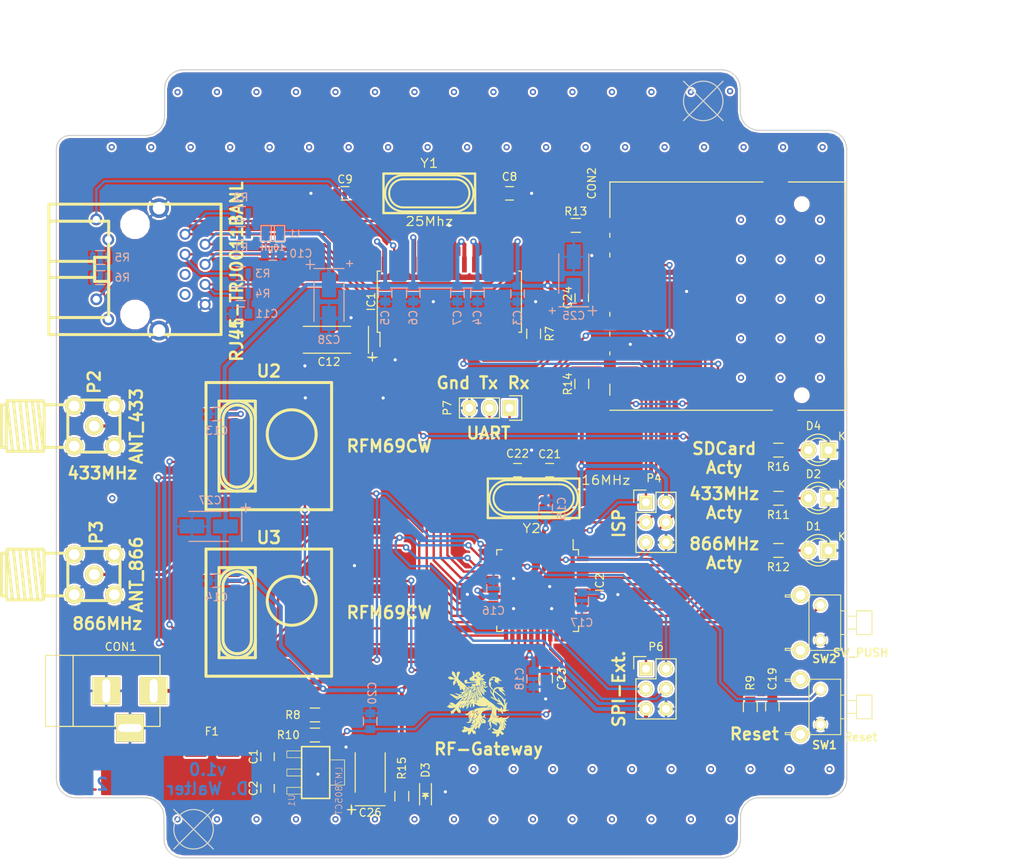
<source format=kicad_pcb>
(kicad_pcb (version 4) (host pcbnew 4.0.2-stable)
  (layers (0 F.Cu signal) (31 B.Cu signal) (34 B.Paste user) (35 F.Paste user) (36 B.SilkS user) (37 F.SilkS user) (38 B.Mask user) (39 F.Mask user) (44 Edge.Cuts user))
  (net 0 "")
  (net 1 GND)
  (net 2 +3V3)
  (net 3 "Net-(C8-Pad1)")
  (net 4 "Net-(C9-Pad1)")
  (net 5 "Net-(C10-Pad2)")
  (net 6 "Net-(CON1-Pad1)")
  (net 7 "Net-(D1-Pad2)")
  (net 8 "Net-(D2-Pad2)")
  (net 9 /Controller_USB_SD/IRQ_LAN)
  (net 10 /Controller_USB_SD/MISO_LAN)
  (net 11 /Controller_USB_SD/MOSI_LAN)
  (net 12 /Controller_USB_SD/SCK_LAN)
  (net 13 "Net-(IC1-Pad12)")
  (net 14 "Net-(IC1-Pad13)")
  (net 15 "Net-(IC1-Pad14)")
  (net 16 "Net-(IC1-Pad16)")
  (net 17 "Net-(IC1-Pad17)")
  (net 18 "Net-(IC1-Pad27)")
  (net 19 "Net-(IC2-Pad9)")
  (net 20 "Net-(IC2-Pad10)")
  (net 21 /Controller_USB_SD/MISO_RF)
  (net 22 /Controller_USB_SD/MOSI_RF)
  (net 23 /Controller_USB_SD/SCK_RF)
  (net 24 /Controller_USB_SD/DIO2_433)
  (net 25 /Controller_USB_SD/DIO2_866)
  (net 26 /Controller_USB_SD/DIO5_866)
  (net 27 /Controller_USB_SD/DIO1_866)
  (net 28 /Controller_USB_SD/DIO0_866)
  (net 29 /Controller_USB_SD/DIO5_433)
  (net 30 /Controller_USB_SD/DIO1_433)
  (net 31 /Controller_USB_SD/DIO0_433)
  (net 32 /Controller_USB_SD/CS_RF433)
  (net 33 /Controller_USB_SD/CS_RF866)
  (net 34 "Net-(P2-Pad1)")
  (net 35 "Net-(P3-Pad1)")
  (net 36 "Net-(C1-Pad1)")
  (net 37 "Net-(C11-Pad2)")
  (net 38 "Net-(C12-Pad1)")
  (net 39 "Net-(C20-Pad2)")
  (net 40 "Net-(C21-Pad1)")
  (net 41 "Net-(C22-Pad1)")
  (net 42 "Net-(C23-Pad2)")
  (net 43 "Net-(CON2-Pad1)")
  (net 44 "Net-(CON2-Pad8)")
  (net 45 "Net-(CON2-Pad9)")
  (net 46 "Net-(CON2-Pad10)")
  (net 47 "Net-(CON2-Pad11)")
  (net 48 "Net-(IC1-Pad26)")
  (net 49 "Net-(IC2-Pad36)")
  (net 50 "Net-(IC2-Pad37)")
  (net 51 "Net-(C19-Pad2)")
  (net 52 /Controller_USB_SD/Reset_RF)
  (net 53 /Controller_USB_SD/CS_LAN)
  (net 54 "Net-(IC2-Pad35)")
  (net 55 "Net-(D4-Pad2)")
  (net 56 "Net-(IC2-Pad34)")
  (net 57 CS_EXT)
  (net 58 "Net-(J1-Pad10)")
  (net 59 "Net-(J1-Pad11)")
  (net 60 "Net-(D3-Pad2)")
  (module SW0773:SW_0773 (layer F.Cu) (at 198.882 120.904 180)
    (fp_text reference SW1 (at -0.508 -4.826 180) (layer F.SilkS) (effects (font (size 1.016 1.016) (thickness 0.2032))))
    (fp_text value Reset (at -5.08 -3.81 180) (layer F.SilkS) (effects (font (size 1.016 1.016) (thickness 0.2032))))
    (pad 1 thru_hole circle (at 0 -2.2225 180) (size 1.50114 1.50114) (drill 1.00076) (layers *.Cu *.Mask F.SilkS) (net 1 GND))
    (pad 2 thru_hole circle (at 0 2.2225 180) (size 1.50114 1.50114) (drill 1.00076) (layers *.Cu *.Mask F.SilkS) (net 51 "Net-(C19-Pad2)"))
    (pad 3 thru_hole circle (at 2.54 -3.4925 180) (size 1.99898 1.99898) (drill 1.19888) (layers *.Cu *.Mask F.SilkS))
    (pad 3 thru_hole circle (at 2.54 3.4925 180) (size 1.99898 1.99898) (drill 1.19888) (layers *.Cu *.Mask F.SilkS))
  )
  (module Connect:SD_Card_Receptacle (layer F.Cu) (at 172.212 69.342 90)
    (fp_text reference CON2 (at 14.732 -2.286 90) (layer F.SilkS))
    (fp_text value SD_Card)
    (pad 1 smd rect (at 6.875 0 90) (size 1 1.5) (layers F.Cu F.Paste F.Mask) (net 43 "Net-(CON2-Pad1)"))
    (pad 2 smd rect (at 4.375 0 90) (size 1 1.5) (layers F.Cu F.Paste F.Mask) (net 11 /Controller_USB_SD/MOSI_LAN))
    (pad 3 smd rect (at 1.075 0 90) (size 1 1.5) (layers F.Cu F.Paste F.Mask) (net 1 GND))
    (pad 4 smd rect (at -0.625 0 90) (size 1 1.5) (layers F.Cu F.Paste F.Mask) (net 2 +3V3))
    (pad 5 smd rect (at -3.125 0 90) (size 1 1.5) (layers F.Cu F.Paste F.Mask) (net 12 /Controller_USB_SD/SCK_LAN))
    (pad 6 smd rect (at -5.625 0 90) (size 1 1.5) (layers F.Cu F.Paste F.Mask) (net 1 GND))
    (pad 7 smd rect (at -8.05 0 90) (size 1 1.5) (layers F.Cu F.Paste F.Mask) (net 10 /Controller_USB_SD/MISO_LAN))
    (pad 8 smd rect (at -9.75 0 90) (size 1 1.5) (layers F.Cu F.Paste F.Mask) (net 44 "Net-(CON2-Pad8)"))
    (pad 9 smd rect (at 9.375 0 90) (size 1 1.5) (layers F.Cu F.Paste F.Mask) (net 45 "Net-(CON2-Pad9)"))
    (pad 10 smd rect (at 2.725 0 90) (size 1 1.5) (layers F.Cu F.Paste F.Mask) (net 46 "Net-(CON2-Pad10)"))
    (pad 11 smd rect (at -13.1 0 90) (size 1 1.5) (layers F.Cu F.Paste F.Mask) (net 47 "Net-(CON2-Pad11)"))
    (pad 12 smd rect (at 14.4 21 90) (size 1.2 2.2) (layers F.Cu F.Paste F.Mask) (net 1 GND))
    (pad 13 smd rect (at -13.6 22.2 90) (size 1.2 2.2) (layers F.Cu F.Paste F.Mask) (net 1 GND))
    (pad "" np_thru_hole circle (at 12.1 24.3 90) (size 1.5 1.5) (drill 1.5) (layers *.Cu *.Mask F.SilkS))
    (pad "" np_thru_hole circle (at -12.1 24.3 90) (size 1.5 1.5) (drill 1.5) (layers *.Cu *.Mask F.SilkS))
  )
  (module Housings_SOIC:SOIC-28_7.5x17.9mm_Pitch1.27mm (layer F.Cu) (at 151.892 69.596 90)
    (fp_text reference IC1 (at 0 -9.906 90) (layer F.SilkS))
    (fp_text value ENC28J60-I/SO)
    (pad 1 smd rect (at -4.7 -8.255 90) (size 2 0.6) (layers F.Cu F.Paste F.Mask) (net 38 "Net-(C12-Pad1)"))
    (pad 2 smd rect (at -4.7 -6.985 90) (size 2 0.6) (layers F.Cu F.Paste F.Mask) (net 1 GND))
    (pad 3 smd rect (at -4.7 -5.715 90) (size 2 0.6) (layers F.Cu F.Paste F.Mask))
    (pad 4 smd rect (at -4.7 -4.445 90) (size 2 0.6) (layers F.Cu F.Paste F.Mask) (net 9 /Controller_USB_SD/IRQ_LAN))
    (pad 5 smd rect (at -4.7 -3.175 90) (size 2 0.6) (layers F.Cu F.Paste F.Mask))
    (pad 6 smd rect (at -4.7 -1.905 90) (size 2 0.6) (layers F.Cu F.Paste F.Mask) (net 10 /Controller_USB_SD/MISO_LAN))
    (pad 7 smd rect (at -4.7 -0.635 90) (size 2 0.6) (layers F.Cu F.Paste F.Mask) (net 11 /Controller_USB_SD/MOSI_LAN))
    (pad 8 smd rect (at -4.7 0.635 90) (size 2 0.6) (layers F.Cu F.Paste F.Mask) (net 12 /Controller_USB_SD/SCK_LAN))
    (pad 9 smd rect (at -4.7 1.905 90) (size 2 0.6) (layers F.Cu F.Paste F.Mask) (net 53 /Controller_USB_SD/CS_LAN))
    (pad 10 smd rect (at -4.7 3.175 90) (size 2 0.6) (layers F.Cu F.Paste F.Mask) (net 2 +3V3))
    (pad 11 smd rect (at -4.7 4.445 90) (size 2 0.6) (layers F.Cu F.Paste F.Mask) (net 1 GND))
    (pad 12 smd rect (at -4.7 5.715 90) (size 2 0.6) (layers F.Cu F.Paste F.Mask) (net 13 "Net-(IC1-Pad12)"))
    (pad 13 smd rect (at -4.7 6.985 90) (size 2 0.6) (layers F.Cu F.Paste F.Mask) (net 14 "Net-(IC1-Pad13)"))
    (pad 14 smd rect (at -4.7 8.255 90) (size 2 0.6) (layers F.Cu F.Paste F.Mask) (net 15 "Net-(IC1-Pad14)"))
    (pad 15 smd rect (at 4.7 8.255 90) (size 2 0.6) (layers F.Cu F.Paste F.Mask) (net 2 +3V3))
    (pad 16 smd rect (at 4.7 6.985 90) (size 2 0.6) (layers F.Cu F.Paste F.Mask) (net 16 "Net-(IC1-Pad16)"))
    (pad 17 smd rect (at 4.7 5.715 90) (size 2 0.6) (layers F.Cu F.Paste F.Mask) (net 17 "Net-(IC1-Pad17)"))
    (pad 18 smd rect (at 4.7 4.445 90) (size 2 0.6) (layers F.Cu F.Paste F.Mask) (net 1 GND))
    (pad 19 smd rect (at 4.7 3.175 90) (size 2 0.6) (layers F.Cu F.Paste F.Mask) (net 2 +3V3))
    (pad 20 smd rect (at 4.7 1.905 90) (size 2 0.6) (layers F.Cu F.Paste F.Mask) (net 2 +3V3))
    (pad 21 smd rect (at 4.7 0.635 90) (size 2 0.6) (layers F.Cu F.Paste F.Mask) (net 1 GND))
    (pad 22 smd rect (at 4.7 -0.635 90) (size 2 0.6) (layers F.Cu F.Paste F.Mask) (net 1 GND))
    (pad 23 smd rect (at 4.7 -1.905 90) (size 2 0.6) (layers F.Cu F.Paste F.Mask) (net 3 "Net-(C8-Pad1)"))
    (pad 24 smd rect (at 4.7 -3.175 90) (size 2 0.6) (layers F.Cu F.Paste F.Mask) (net 4 "Net-(C9-Pad1)"))
    (pad 25 smd rect (at 4.7 -4.445 90) (size 2 0.6) (layers F.Cu F.Paste F.Mask) (net 2 +3V3))
    (pad 26 smd rect (at 4.7 -5.715 90) (size 2 0.6) (layers F.Cu F.Paste F.Mask) (net 48 "Net-(IC1-Pad26)"))
    (pad 27 smd rect (at 4.7 -6.985 90) (size 2 0.6) (layers F.Cu F.Paste F.Mask) (net 18 "Net-(IC1-Pad27)"))
    (pad 28 smd rect (at 4.7 -8.255 90) (size 2 0.6) (layers F.Cu F.Paste F.Mask) (net 2 +3V3))
  )
  (module w_rf_modules:RFM12B_SMD (layer F.Cu) (at 129.032 87.884)
    (fp_text reference U2 (at 0 -9.4996) (layer F.SilkS) (effects (font (thickness 0.3048))))
    (fp_text value RFM69CW (at 15.24 0) (layer F.SilkS) (effects (font (thickness 0.3048))))
    (pad 1 smd rect (at -7.99846 -5.99948) (size 2.9972 1.59766) (layers F.Cu F.Paste F.Mask) (net 34 "Net-(P2-Pad1)"))
    (pad 2 smd rect (at -8.001 -4.0005) (size 2.9972 1.59766) (layers F.Cu F.Paste F.Mask) (net 2 +3V3))
    (pad 3 smd rect (at -8.001 -1.99898) (size 2.9972 1.59766) (layers F.Cu F.Paste F.Mask))
    (pad 4 smd rect (at -8.001 0) (size 2.9972 1.59766) (layers F.Cu F.Paste F.Mask))
    (pad 5 smd rect (at -8.001 1.99898) (size 2.9972 1.59766) (layers F.Cu F.Paste F.Mask) (net 22 /Controller_USB_SD/MOSI_RF))
    (pad 6 smd rect (at -8.001 4.0005) (size 2.9972 1.59766) (layers F.Cu F.Paste F.Mask) (net 23 /Controller_USB_SD/SCK_RF))
    (pad 7 smd rect (at -8.001 5.99948) (size 2.9972 1.59766) (layers F.Cu F.Paste F.Mask) (net 32 /Controller_USB_SD/CS_RF433))
    (pad 8 smd rect (at 8.001 5.99948) (size 2.9972 1.59766) (layers F.Cu F.Paste F.Mask) (net 21 /Controller_USB_SD/MISO_RF))
    (pad 9 smd rect (at 8.001 4.0005) (size 2.9972 1.59766) (layers F.Cu F.Paste F.Mask) (net 31 /Controller_USB_SD/DIO0_433))
    (pad 10 smd rect (at 8.001 1.99898) (size 2.9972 1.59766) (layers F.Cu F.Paste F.Mask) (net 24 /Controller_USB_SD/DIO2_433))
    (pad 11 smd rect (at 8.001 0) (size 2.9972 1.59766) (layers F.Cu F.Paste F.Mask) (net 30 /Controller_USB_SD/DIO1_433))
    (pad 12 smd rect (at 8.001 -1.99898) (size 2.9972 1.59766) (layers F.Cu F.Paste F.Mask) (net 29 /Controller_USB_SD/DIO5_433))
    (pad 13 smd rect (at 8.001 -4.0005) (size 2.9972 1.59766) (layers F.Cu F.Paste F.Mask) (net 52 /Controller_USB_SD/Reset_RF))
    (pad 14 smd rect (at 8.001 -5.99948) (size 2.9972 1.59766) (layers F.Cu F.Paste F.Mask) (net 1 GND))
  )
  (module LEDs:LED_0805 (layer F.Cu) (at 148.87 132.208 270)
    (fp_text reference D3 (at -3.302 0 270) (layer F.SilkS))
    (fp_text value LED)
    (pad 2 smd rect (at 1.04902 0 90) (size 1.19888 1.19888) (layers F.Cu F.Paste F.Mask) (net 60 "Net-(D3-Pad2)"))
    (pad 1 smd rect (at -1.04902 0 90) (size 1.19888 1.19888) (layers F.Cu F.Paste F.Mask) (net 1 GND))
  )
  (module Capacitors_SMD:C_0805 (layer B.Cu) (at 160.528 68.58 90)
    (fp_text reference C3 (at -3.048 0 90) (layer B.SilkS) (effects (justify mirror)))
    (fp_text value 100nF)
    (pad 1 smd rect (at -1 0 90) (size 1 1.25) (layers B.Cu B.Paste B.Mask) (net 1 GND))
    (pad 2 smd rect (at 1 0 90) (size 1 1.25) (layers B.Cu B.Paste B.Mask) (net 2 +3V3))
  )
  (module TRXCOM:trj0011banl (layer F.Cu) (at 112.092 65.507 270)
    (fp_text reference J1 (at 7.391 -12.876 270) (layer F.SilkS) (effects (font (thickness 0.3048))))
    (fp_text value RJ45-TRJ0011BANL (at 0.279 -12.876 270) (layer F.SilkS) (effects (font (thickness 0.3048))))
    (pad 3 thru_hole circle (at -1.905 -6.34 270) (size 1.4 1.4) (drill 0.9) (layers *.Cu *.Mask) (net 14 "Net-(IC1-Pad13)"))
    (pad 1 thru_hole circle (at -4.445 -6.34 270) (size 1.4 1.4) (drill 0.9) (layers *.Cu *.Mask) (net 17 "Net-(IC1-Pad17)"))
    (pad 2 thru_hole circle (at -3.175 -8.88 270) (size 1.4 1.4) (drill 0.9) (layers *.Cu *.Mask) (net 16 "Net-(IC1-Pad16)"))
    (pad 4 thru_hole circle (at -0.635 -8.88 270) (size 1.4 1.4) (drill 0.9) (layers *.Cu *.Mask) (net 5 "Net-(C10-Pad2)"))
    (pad 5 thru_hole circle (at 0.635 -6.34 270) (size 1.4 1.4) (drill 0.9) (layers *.Cu *.Mask))
    (pad 6 thru_hole circle (at 1.905 -8.88 270) (size 1.4 1.4) (drill 0.9) (layers *.Cu *.Mask) (net 13 "Net-(IC1-Pad12)"))
    (pad 7 thru_hole circle (at 3.175 -6.34 270) (size 1.4 1.4) (drill 0.9) (layers *.Cu *.Mask))
    (pad 8 thru_hole circle (at 4.445 -8.88 270) (size 1.4 1.4) (drill 0.9) (layers *.Cu *.Mask) (net 1 GND))
    (pad 13 thru_hole circle (at -7.75 -3.05 270) (size 2.5 2.5) (drill 1.6) (layers *.Cu *.Mask) (net 1 GND))
    (pad 13 thru_hole circle (at 7.75 -3.05 270) (size 2.5 2.5) (drill 1.6) (layers *.Cu *.Mask) (net 1 GND))
    (pad "" np_thru_hole circle (at -5.715 0 270) (size 3.25 3.25) (drill 3.25) (layers *.Cu))
    (pad "" np_thru_hole circle (at 5.715 0 270) (size 3.25 3.25) (drill 3.25) (layers *.Cu))
    (pad 11 thru_hole circle (at 3.785 4.9 270) (size 1.5 1.5) (drill 0.9) (layers *.Cu *.Mask) (net 59 "Net-(J1-Pad11)"))
    (pad 12 thru_hole circle (at 6.325 3.38 270) (size 1.5 1.5) (drill 0.9) (layers *.Cu *.Mask) (net 48 "Net-(IC1-Pad26)"))
    (pad 9 thru_hole circle (at -6.325 4.9 270) (size 1.5 1.5) (drill 0.9) (layers *.Cu *.Mask) (net 18 "Net-(IC1-Pad27)"))
    (pad 10 thru_hole circle (at -3.785 3.38 270) (size 1.5 1.5) (drill 0.9) (layers *.Cu *.Mask) (net 58 "Net-(J1-Pad10)"))
  )
  (module Capacitors_SMD:C_0805 (layer F.Cu) (at 164.084 117.348 90)
    (fp_text reference C23 (at 0 2.032 90) (layer F.SilkS))
    (fp_text value 100nF)
    (pad 1 smd rect (at -1 0 90) (size 1 1.25) (layers F.Cu F.Paste F.Mask) (net 1 GND))
    (pad 2 smd rect (at 1 0 90) (size 1 1.25) (layers F.Cu F.Paste F.Mask) (net 42 "Net-(C23-Pad2)"))
  )
  (module w_rf_modules:RFM12B_SMD (layer F.Cu) (at 129.032 108.966)
    (fp_text reference U3 (at 0 -9.4996) (layer F.SilkS) (effects (font (thickness 0.3048))))
    (fp_text value RFM69CW (at 15.24 0) (layer F.SilkS) (effects (font (thickness 0.3048))))
    (pad 1 smd rect (at -7.99846 -5.99948) (size 2.9972 1.59766) (layers F.Cu F.Paste F.Mask) (net 35 "Net-(P3-Pad1)"))
    (pad 2 smd rect (at -8.001 -4.0005) (size 2.9972 1.59766) (layers F.Cu F.Paste F.Mask) (net 2 +3V3))
    (pad 3 smd rect (at -8.001 -1.99898) (size 2.9972 1.59766) (layers F.Cu F.Paste F.Mask))
    (pad 4 smd rect (at -8.001 0) (size 2.9972 1.59766) (layers F.Cu F.Paste F.Mask))
    (pad 5 smd rect (at -8.001 1.99898) (size 2.9972 1.59766) (layers F.Cu F.Paste F.Mask) (net 22 /Controller_USB_SD/MOSI_RF))
    (pad 6 smd rect (at -8.001 4.0005) (size 2.9972 1.59766) (layers F.Cu F.Paste F.Mask) (net 23 /Controller_USB_SD/SCK_RF))
    (pad 7 smd rect (at -8.001 5.99948) (size 2.9972 1.59766) (layers F.Cu F.Paste F.Mask) (net 33 /Controller_USB_SD/CS_RF866))
    (pad 8 smd rect (at 8.001 5.99948) (size 2.9972 1.59766) (layers F.Cu F.Paste F.Mask) (net 21 /Controller_USB_SD/MISO_RF))
    (pad 9 smd rect (at 8.001 4.0005) (size 2.9972 1.59766) (layers F.Cu F.Paste F.Mask) (net 28 /Controller_USB_SD/DIO0_866))
    (pad 10 smd rect (at 8.001 1.99898) (size 2.9972 1.59766) (layers F.Cu F.Paste F.Mask) (net 25 /Controller_USB_SD/DIO2_866))
    (pad 11 smd rect (at 8.001 0) (size 2.9972 1.59766) (layers F.Cu F.Paste F.Mask) (net 27 /Controller_USB_SD/DIO1_866))
    (pad 12 smd rect (at 8.001 -1.99898) (size 2.9972 1.59766) (layers F.Cu F.Paste F.Mask) (net 26 /Controller_USB_SD/DIO5_866))
    (pad 13 smd rect (at 8.001 -4.0005) (size 2.9972 1.59766) (layers F.Cu F.Paste F.Mask) (net 52 /Controller_USB_SD/Reset_RF))
    (pad 14 smd rect (at 8.001 -5.99948) (size 2.9972 1.59766) (layers F.Cu F.Paste F.Mask) (net 1 GND))
  )
  (module Housings_QFP:TQFP-44_10x10mm_Pitch0.8mm (layer F.Cu) (at 163.068 106.172 270)
    (fp_text reference IC2 (at -1.016 -7.874 270) (layer F.SilkS))
    (fp_text value ATMEGA1284P-A)
    (pad 1 smd rect (at -5.7 -4 270) (size 1.5 0.55) (layers F.Cu F.Paste F.Mask) (net 11 /Controller_USB_SD/MOSI_LAN))
    (pad 2 smd rect (at -5.7 -3.2 270) (size 1.5 0.55) (layers F.Cu F.Paste F.Mask) (net 10 /Controller_USB_SD/MISO_LAN))
    (pad 3 smd rect (at -5.7 -2.4 270) (size 1.5 0.55) (layers F.Cu F.Paste F.Mask) (net 12 /Controller_USB_SD/SCK_LAN))
    (pad 4 smd rect (at -5.7 -1.6 270) (size 1.5 0.55) (layers F.Cu F.Paste F.Mask) (net 51 "Net-(C19-Pad2)"))
    (pad 5 smd rect (at -5.7 -0.8 270) (size 1.5 0.55) (layers F.Cu F.Paste F.Mask) (net 2 +3V3))
    (pad 6 smd rect (at -5.7 0 270) (size 1.5 0.55) (layers F.Cu F.Paste F.Mask) (net 1 GND))
    (pad 7 smd rect (at -5.7 0.8 270) (size 1.5 0.55) (layers F.Cu F.Paste F.Mask) (net 40 "Net-(C21-Pad1)"))
    (pad 8 smd rect (at -5.7 1.6 270) (size 1.5 0.55) (layers F.Cu F.Paste F.Mask) (net 41 "Net-(C22-Pad1)"))
    (pad 9 smd rect (at -5.7 2.4 270) (size 1.5 0.55) (layers F.Cu F.Paste F.Mask) (net 19 "Net-(IC2-Pad9)"))
    (pad 10 smd rect (at -5.7 3.2 270) (size 1.5 0.55) (layers F.Cu F.Paste F.Mask) (net 20 "Net-(IC2-Pad10)"))
    (pad 11 smd rect (at -5.7 4 270) (size 1.5 0.55) (layers F.Cu F.Paste F.Mask) (net 21 /Controller_USB_SD/MISO_RF))
    (pad 12 smd rect (at -4 5.7) (size 1.5 0.55) (layers F.Cu F.Paste F.Mask) (net 22 /Controller_USB_SD/MOSI_RF))
    (pad 13 smd rect (at -3.2 5.7) (size 1.5 0.55) (layers F.Cu F.Paste F.Mask) (net 23 /Controller_USB_SD/SCK_RF))
    (pad 14 smd rect (at -2.4 5.7) (size 1.5 0.55) (layers F.Cu F.Paste F.Mask) (net 29 /Controller_USB_SD/DIO5_433))
    (pad 15 smd rect (at -1.6 5.7) (size 1.5 0.55) (layers F.Cu F.Paste F.Mask) (net 30 /Controller_USB_SD/DIO1_433))
    (pad 16 smd rect (at -0.8 5.7) (size 1.5 0.55) (layers F.Cu F.Paste F.Mask) (net 24 /Controller_USB_SD/DIO2_433))
    (pad 17 smd rect (at 0 5.7) (size 1.5 0.55) (layers F.Cu F.Paste F.Mask) (net 2 +3V3))
    (pad 18 smd rect (at 0.8 5.7) (size 1.5 0.55) (layers F.Cu F.Paste F.Mask) (net 1 GND))
    (pad 19 smd rect (at 1.6 5.7) (size 1.5 0.55) (layers F.Cu F.Paste F.Mask) (net 31 /Controller_USB_SD/DIO0_433))
    (pad 20 smd rect (at 2.4 5.7) (size 1.5 0.55) (layers F.Cu F.Paste F.Mask) (net 32 /Controller_USB_SD/CS_RF433))
    (pad 21 smd rect (at 3.2 5.7) (size 1.5 0.55) (layers F.Cu F.Paste F.Mask) (net 26 /Controller_USB_SD/DIO5_866))
    (pad 22 smd rect (at 4 5.7) (size 1.5 0.55) (layers F.Cu F.Paste F.Mask) (net 27 /Controller_USB_SD/DIO1_866))
    (pad 23 smd rect (at 5.7 4 270) (size 1.5 0.55) (layers F.Cu F.Paste F.Mask) (net 25 /Controller_USB_SD/DIO2_866))
    (pad 24 smd rect (at 5.7 3.2 270) (size 1.5 0.55) (layers F.Cu F.Paste F.Mask) (net 28 /Controller_USB_SD/DIO0_866))
    (pad 25 smd rect (at 5.7 2.4 270) (size 1.5 0.55) (layers F.Cu F.Paste F.Mask) (net 33 /Controller_USB_SD/CS_RF866))
    (pad 26 smd rect (at 5.7 1.6 270) (size 1.5 0.55) (layers F.Cu F.Paste F.Mask) (net 52 /Controller_USB_SD/Reset_RF))
    (pad 27 smd rect (at 5.7 0.8 270) (size 1.5 0.55) (layers F.Cu F.Paste F.Mask) (net 2 +3V3))
    (pad 28 smd rect (at 5.7 0 270) (size 1.5 0.55) (layers F.Cu F.Paste F.Mask) (net 1 GND))
    (pad 29 smd rect (at 5.7 -0.8 270) (size 1.5 0.55) (layers F.Cu F.Paste F.Mask) (net 42 "Net-(C23-Pad2)"))
    (pad 30 smd rect (at 5.7 -1.6 270) (size 1.5 0.55) (layers F.Cu F.Paste F.Mask) (net 39 "Net-(C20-Pad2)"))
    (pad 31 smd rect (at 5.7 -2.4 270) (size 1.5 0.55) (layers F.Cu F.Paste F.Mask))
    (pad 32 smd rect (at 5.7 -3.2 270) (size 1.5 0.55) (layers F.Cu F.Paste F.Mask))
    (pad 33 smd rect (at 5.7 -4 270) (size 1.5 0.55) (layers F.Cu F.Paste F.Mask) (net 57 CS_EXT))
    (pad 34 smd rect (at 4 -5.7) (size 1.5 0.55) (layers F.Cu F.Paste F.Mask) (net 56 "Net-(IC2-Pad34)"))
    (pad 35 smd rect (at 3.2 -5.7) (size 1.5 0.55) (layers F.Cu F.Paste F.Mask) (net 54 "Net-(IC2-Pad35)"))
    (pad 36 smd rect (at 2.4 -5.7) (size 1.5 0.55) (layers F.Cu F.Paste F.Mask) (net 49 "Net-(IC2-Pad36)"))
    (pad 37 smd rect (at 1.6 -5.7) (size 1.5 0.55) (layers F.Cu F.Paste F.Mask) (net 50 "Net-(IC2-Pad37)"))
    (pad 38 smd rect (at 0.8 -5.7) (size 1.5 0.55) (layers F.Cu F.Paste F.Mask) (net 2 +3V3))
    (pad 39 smd rect (at 0 -5.7) (size 1.5 0.55) (layers F.Cu F.Paste F.Mask) (net 1 GND))
    (pad 40 smd rect (at -0.8 -5.7) (size 1.5 0.55) (layers F.Cu F.Paste F.Mask) (net 53 /Controller_USB_SD/CS_LAN))
    (pad 41 smd rect (at -1.6 -5.7) (size 1.5 0.55) (layers F.Cu F.Paste F.Mask) (net 43 "Net-(CON2-Pad1)"))
    (pad 42 smd rect (at -2.4 -5.7) (size 1.5 0.55) (layers F.Cu F.Paste F.Mask) (net 46 "Net-(CON2-Pad10)"))
    (pad 43 smd rect (at -3.2 -5.7) (size 1.5 0.55) (layers F.Cu F.Paste F.Mask) (net 47 "Net-(CON2-Pad11)"))
    (pad 44 smd rect (at -4 -5.7) (size 1.5 0.55) (layers F.Cu F.Paste F.Mask) (net 9 /Controller_USB_SD/IRQ_LAN))
  )
  (module Capacitors_SMD:C_0805 (layer F.Cu) (at 128.87 127.208 270)
    (fp_text reference C1 (at 0 1.778 270) (layer F.SilkS))
    (fp_text value 330nF)
    (pad 1 smd rect (at -1 0 270) (size 1 1.25) (layers F.Cu F.Paste F.Mask) (net 36 "Net-(C1-Pad1)"))
    (pad 2 smd rect (at 1 0 270) (size 1 1.25) (layers F.Cu F.Paste F.Mask) (net 1 GND))
  )
  (module Capacitors_SMD:C_0805 (layer F.Cu) (at 128.87 131.208 90)
    (fp_text reference C2 (at 0 -1.778 90) (layer F.SilkS))
    (fp_text value 100nF)
    (pad 1 smd rect (at -1 0 90) (size 1 1.25) (layers F.Cu F.Paste F.Mask) (net 2 +3V3))
    (pad 2 smd rect (at 1 0 90) (size 1 1.25) (layers F.Cu F.Paste F.Mask) (net 1 GND))
  )
  (module Capacitors_SMD:C_0805 (layer B.Cu) (at 155.448 68.58 90)
    (fp_text reference C4 (at -3.048 0 90) (layer B.SilkS) (effects (justify mirror)))
    (fp_text value 100nF)
    (pad 1 smd rect (at -1 0 90) (size 1 1.25) (layers B.Cu B.Paste B.Mask) (net 1 GND))
    (pad 2 smd rect (at 1 0 90) (size 1 1.25) (layers B.Cu B.Paste B.Mask) (net 2 +3V3))
  )
  (module Capacitors_SMD:C_0805 (layer B.Cu) (at 143.764 68.58 90)
    (fp_text reference C5 (at -3.048 0 90) (layer B.SilkS) (effects (justify mirror)))
    (fp_text value 100nF)
    (pad 1 smd rect (at -1 0 90) (size 1 1.25) (layers B.Cu B.Paste B.Mask) (net 1 GND))
    (pad 2 smd rect (at 1 0 90) (size 1 1.25) (layers B.Cu B.Paste B.Mask) (net 2 +3V3))
  )
  (module Capacitors_SMD:C_0805 (layer B.Cu) (at 147.32 68.58 90)
    (fp_text reference C6 (at -3.048 0 90) (layer B.SilkS) (effects (justify mirror)))
    (fp_text value 100nF)
    (pad 1 smd rect (at -1 0 90) (size 1 1.25) (layers B.Cu B.Paste B.Mask) (net 1 GND))
    (pad 2 smd rect (at 1 0 90) (size 1 1.25) (layers B.Cu B.Paste B.Mask) (net 2 +3V3))
  )
  (module Capacitors_SMD:C_0805 (layer B.Cu) (at 152.908 68.58 90)
    (fp_text reference C7 (at -3.048 0 90) (layer B.SilkS) (effects (justify mirror)))
    (fp_text value 100nF)
    (pad 1 smd rect (at -1 0 90) (size 1 1.25) (layers B.Cu B.Paste B.Mask) (net 1 GND))
    (pad 2 smd rect (at 1 0 90) (size 1 1.25) (layers B.Cu B.Paste B.Mask) (net 2 +3V3))
  )
  (module Capacitors_SMD:C_0805 (layer F.Cu) (at 159.512 55.88)
    (fp_text reference C8 (at 0 -2.1) (layer F.SilkS))
    (fp_text value 22pF)
    (pad 1 smd rect (at -1 0) (size 1 1.25) (layers F.Cu F.Paste F.Mask) (net 3 "Net-(C8-Pad1)"))
    (pad 2 smd rect (at 1 0) (size 1 1.25) (layers F.Cu F.Paste F.Mask) (net 1 GND))
  )
  (module Capacitors_SMD:C_0805 (layer B.Cu) (at 129.54 63.5 180)
    (fp_text reference C10 (at -3.556 0 180) (layer B.SilkS) (effects (justify mirror)))
    (fp_text value 100nF)
    (pad 1 smd rect (at -1 0 180) (size 1 1.25) (layers B.Cu B.Paste B.Mask) (net 1 GND))
    (pad 2 smd rect (at 1 0 180) (size 1 1.25) (layers B.Cu B.Paste B.Mask) (net 5 "Net-(C10-Pad2)"))
  )
  (module Capacitors_SMD:C_0805 (layer B.Cu) (at 125.476 71.12)
    (fp_text reference C11 (at 3.302 0) (layer B.SilkS) (effects (justify mirror)))
    (fp_text value 10nF)
    (pad 1 smd rect (at -1 0) (size 1 1.25) (layers B.Cu B.Paste B.Mask) (net 1 GND))
    (pad 2 smd rect (at 1 0) (size 1 1.25) (layers B.Cu B.Paste B.Mask) (net 37 "Net-(C11-Pad2)"))
  )
  (module Capacitors_SMD:C_0805 (layer B.Cu) (at 122.428 83.82)
    (fp_text reference C13 (at 0 2.1) (layer B.SilkS) (effects (justify mirror)))
    (fp_text value 100nF)
    (pad 1 smd rect (at -1 0) (size 1 1.25) (layers B.Cu B.Paste B.Mask) (net 1 GND))
    (pad 2 smd rect (at 1 0) (size 1 1.25) (layers B.Cu B.Paste B.Mask) (net 2 +3V3))
  )
  (module Capacitors_SMD:C_0805 (layer B.Cu) (at 122.428 104.902)
    (fp_text reference C14 (at 0 2.1) (layer B.SilkS) (effects (justify mirror)))
    (fp_text value 100nF)
    (pad 1 smd rect (at -1 0) (size 1 1.25) (layers B.Cu B.Paste B.Mask) (net 1 GND))
    (pad 2 smd rect (at 1 0) (size 1 1.25) (layers B.Cu B.Paste B.Mask) (net 2 +3V3))
  )
  (module Capacitors_SMD:C_0805 (layer B.Cu) (at 164.084 95.758 270)
    (fp_text reference C15 (at 0 -2.032 270) (layer B.SilkS) (effects (justify mirror)))
    (fp_text value 100nF)
    (pad 1 smd rect (at -1 0 270) (size 1 1.25) (layers B.Cu B.Paste B.Mask) (net 1 GND))
    (pad 2 smd rect (at 1 0 270) (size 1 1.25) (layers B.Cu B.Paste B.Mask) (net 2 +3V3))
  )
  (module Capacitors_SMD:C_0805 (layer B.Cu) (at 157.48 105.918 270)
    (fp_text reference C16 (at 2.794 0 360) (layer B.SilkS) (effects (justify mirror)))
    (fp_text value 100nF)
    (pad 1 smd rect (at -1 0 270) (size 1 1.25) (layers B.Cu B.Paste B.Mask) (net 1 GND))
    (pad 2 smd rect (at 1 0 270) (size 1 1.25) (layers B.Cu B.Paste B.Mask) (net 2 +3V3))
  )
  (module Capacitors_SMD:C_0805 (layer B.Cu) (at 168.656 107.442 90)
    (fp_text reference C17 (at -2.794 0 180) (layer B.SilkS) (effects (justify mirror)))
    (fp_text value 100nF)
    (pad 1 smd rect (at -1 0 90) (size 1 1.25) (layers B.Cu B.Paste B.Mask) (net 1 GND))
    (pad 2 smd rect (at 1 0 90) (size 1 1.25) (layers B.Cu B.Paste B.Mask) (net 2 +3V3))
  )
  (module Capacitors_SMD:C_0805 (layer B.Cu) (at 162.56 117.348 90)
    (fp_text reference C18 (at 0 -1.778 270) (layer B.SilkS) (effects (justify mirror)))
    (fp_text value 100nF)
    (pad 1 smd rect (at -1 0 90) (size 1 1.25) (layers B.Cu B.Paste B.Mask) (net 1 GND))
    (pad 2 smd rect (at 1 0 90) (size 1 1.25) (layers B.Cu B.Paste B.Mask) (net 2 +3V3))
  )
  (module Connect:BARREL_JACK (layer F.Cu) (at 108.25734 118.872)
    (fp_text reference CON1 (at 2.032 -5.588 180) (layer F.SilkS))
    (fp_text value BARREL_JACK)
    (pad 1 thru_hole rect (at 6.20014 0) (size 3.50012 3.50012) (drill oval 1.00076 2.99974) (layers *.Cu *.Mask F.SilkS) (net 6 "Net-(CON1-Pad1)"))
    (pad 2 thru_hole rect (at 0.20066 0) (size 3.50012 3.50012) (drill oval 1.00076 2.99974) (layers *.Cu *.Mask F.SilkS) (net 1 GND))
    (pad 3 thru_hole rect (at 3.2004 4.699) (size 3.50012 3.50012) (drill oval 2.99974 1.00076) (layers *.Cu *.Mask F.SilkS) (net 1 GND))
  )
  (module LEDs:LED-3MM (layer F.Cu) (at 199.898 101.092 180)
    (fp_text reference D1 (at 1.91 3.06 180) (layer F.SilkS))
    (fp_text value LED)
    (fp_text user K (at -1.69 1.74 180) (layer F.SilkS))
    (pad 1 thru_hole rect (at 0 0 270) (size 2 2) (drill 1.00076) (layers *.Cu *.Mask F.SilkS) (net 1 GND))
    (pad 2 thru_hole circle (at 2.54 0 180) (size 2 2) (drill 1.00076) (layers *.Cu *.Mask F.SilkS) (net 7 "Net-(D1-Pad2)"))
  )
  (module LEDs:LED-3MM (layer F.Cu) (at 199.898 94.488 180)
    (fp_text reference D2 (at 1.91 3.06 180) (layer F.SilkS))
    (fp_text value LED)
    (fp_text user K (at -1.69 1.74 180) (layer F.SilkS))
    (pad 1 thru_hole rect (at 0 0 270) (size 2 2) (drill 1.00076) (layers *.Cu *.Mask F.SilkS) (net 1 GND))
    (pad 2 thru_hole circle (at 2.54 0 180) (size 2 2) (drill 1.00076) (layers *.Cu *.Mask F.SilkS) (net 8 "Net-(D2-Pad2)"))
  )
  (module Fuse_Holders_and_Fuses:Fuse_SMD1206_HandSoldering (layer F.Cu) (at 121.87 126.208)
    (fp_text reference F1 (at -0.0508 -2.19964) (layer F.SilkS))
    (fp_text value 600mAT)
    (pad 1 smd rect (at -2.08534 0 90) (size 2.02946 2.65176) (layers F.Cu F.Paste F.Mask) (net 6 "Net-(CON1-Pad1)"))
    (pad 2 smd rect (at 2.08534 0 90) (size 2.02946 2.65176) (layers F.Cu F.Paste F.Mask) (net 36 "Net-(C1-Pad1)"))
  )
  (module w_smd_inductors:inductor_smd_0805 (layer B.Cu) (at 129.54 60.96 180)
    (fp_text reference L1 (at -2.794 0 180) (layer B.SilkS) (effects (font (size 0.7493 0.7493) (thickness 0.14986)) (justify mirror)))
    (fp_text value 10µH (at 0 -1.80086 180) (layer B.SilkS) (effects (font (size 0.7493 0.7493) (thickness 0.14986)) (justify mirror)))
    (pad 1 smd rect (at -0.889 0 180) (size 1.016 1.778) (layers B.Cu B.Paste B.Mask) (net 2 +3V3))
    (pad 2 smd rect (at 0.889 0 180) (size 1.016 1.778) (layers B.Cu B.Paste B.Mask) (net 5 "Net-(C10-Pad2)"))
  )
  (module Pin_Headers:Pin_Header_Straight_2x03 (layer F.Cu) (at 176.784 94.996)
    (fp_text reference P4 (at 1.016 -3.048) (layer F.SilkS))
    (fp_text value ISP)
    (pad 1 thru_hole rect (at 0 0) (size 1.7272 1.7272) (drill 1.016) (layers *.Cu *.Mask F.SilkS) (net 10 /Controller_USB_SD/MISO_LAN))
    (pad 2 thru_hole oval (at 2.54 0) (size 1.7272 1.7272) (drill 1.016) (layers *.Cu *.Mask F.SilkS) (net 2 +3V3))
    (pad 3 thru_hole oval (at 0 2.54) (size 1.7272 1.7272) (drill 1.016) (layers *.Cu *.Mask F.SilkS) (net 12 /Controller_USB_SD/SCK_LAN))
    (pad 4 thru_hole oval (at 2.54 2.54) (size 1.7272 1.7272) (drill 1.016) (layers *.Cu *.Mask F.SilkS) (net 11 /Controller_USB_SD/MOSI_LAN))
    (pad 5 thru_hole oval (at 0 5.08) (size 1.7272 1.7272) (drill 1.016) (layers *.Cu *.Mask F.SilkS) (net 51 "Net-(C19-Pad2)"))
    (pad 6 thru_hole oval (at 2.54 5.08) (size 1.7272 1.7272) (drill 1.016) (layers *.Cu *.Mask F.SilkS) (net 1 GND))
  )
  (module Pin_Headers:Pin_Header_Straight_2x03 (layer F.Cu) (at 176.784 116.078)
    (fp_text reference P6 (at 1.27 -2.794) (layer F.SilkS))
    (fp_text value SPI)
    (pad 1 thru_hole rect (at 0 0) (size 1.7272 1.7272) (drill 1.016) (layers *.Cu *.Mask F.SilkS) (net 57 CS_EXT))
    (pad 2 thru_hole oval (at 2.54 0) (size 1.7272 1.7272) (drill 1.016) (layers *.Cu *.Mask F.SilkS) (net 23 /Controller_USB_SD/SCK_RF))
    (pad 3 thru_hole oval (at 0 2.54) (size 1.7272 1.7272) (drill 1.016) (layers *.Cu *.Mask F.SilkS) (net 21 /Controller_USB_SD/MISO_RF))
    (pad 4 thru_hole oval (at 2.54 2.54) (size 1.7272 1.7272) (drill 1.016) (layers *.Cu *.Mask F.SilkS) (net 22 /Controller_USB_SD/MOSI_RF))
    (pad 5 thru_hole oval (at 0 5.08) (size 1.7272 1.7272) (drill 1.016) (layers *.Cu *.Mask F.SilkS) (net 2 +3V3))
    (pad 6 thru_hole oval (at 2.54 5.08) (size 1.7272 1.7272) (drill 1.016) (layers *.Cu *.Mask F.SilkS) (net 1 GND))
  )
  (module Pin_Headers:Pin_Header_Straight_1x03 (layer F.Cu) (at 159.512 83.058 270)
    (fp_text reference P7 (at 0 7.874 270) (layer F.SilkS))
    (fp_text value UART)
    (pad 1 thru_hole rect (at 0 0 270) (size 2.032 1.7272) (drill 1.016) (layers *.Cu *.Mask F.SilkS) (net 19 "Net-(IC2-Pad9)"))
    (pad 2 thru_hole oval (at 0 2.54 270) (size 2.032 1.7272) (drill 1.016) (layers *.Cu *.Mask F.SilkS) (net 20 "Net-(IC2-Pad10)"))
    (pad 3 thru_hole oval (at 0 5.08 270) (size 2.032 1.7272) (drill 1.016) (layers *.Cu *.Mask F.SilkS) (net 1 GND))
  )
  (module Resistors_SMD:R_0805 (layer B.Cu) (at 125.476 60.96)
    (fp_text reference R1 (at 0 1.778) (layer B.SilkS) (effects (justify mirror)))
    (fp_text value 49,9R)
    (pad 1 smd rect (at -0.95 0) (size 0.7 1.3) (layers B.Cu B.Paste B.Mask) (net 16 "Net-(IC1-Pad16)"))
    (pad 2 smd rect (at 0.95 0) (size 0.7 1.3) (layers B.Cu B.Paste B.Mask) (net 5 "Net-(C10-Pad2)"))
  )
  (module Resistors_SMD:R_0805 (layer B.Cu) (at 125.476 58.42)
    (fp_text reference R2 (at 0 -2.032) (layer B.SilkS) (effects (justify mirror)))
    (fp_text value 49,9R)
    (pad 1 smd rect (at -0.95 0) (size 0.7 1.3) (layers B.Cu B.Paste B.Mask) (net 17 "Net-(IC1-Pad17)"))
    (pad 2 smd rect (at 0.95 0) (size 0.7 1.3) (layers B.Cu B.Paste B.Mask) (net 5 "Net-(C10-Pad2)"))
  )
  (module Resistors_SMD:R_0805 (layer B.Cu) (at 125.476 66.04 180)
    (fp_text reference R3 (at -2.794 0 180) (layer B.SilkS) (effects (justify mirror)))
    (fp_text value 49,9)
    (pad 1 smd rect (at -0.95 0 180) (size 0.7 1.3) (layers B.Cu B.Paste B.Mask) (net 37 "Net-(C11-Pad2)"))
    (pad 2 smd rect (at 0.95 0 180) (size 0.7 1.3) (layers B.Cu B.Paste B.Mask) (net 14 "Net-(IC1-Pad13)"))
  )
  (module Resistors_SMD:R_0805 (layer B.Cu) (at 125.476 68.58 180)
    (fp_text reference R4 (at -2.794 0 180) (layer B.SilkS) (effects (justify mirror)))
    (fp_text value 49,9R)
    (pad 1 smd rect (at -0.95 0 180) (size 0.7 1.3) (layers B.Cu B.Paste B.Mask) (net 37 "Net-(C11-Pad2)"))
    (pad 2 smd rect (at 0.95 0 180) (size 0.7 1.3) (layers B.Cu B.Paste B.Mask) (net 13 "Net-(IC1-Pad12)"))
  )
  (module Resistors_SMD:R_0805 (layer B.Cu) (at 107.696 64.008)
    (fp_text reference R5 (at 2.794 0) (layer B.SilkS) (effects (justify mirror)))
    (fp_text value 180R)
    (pad 1 smd rect (at -0.95 0) (size 0.7 1.3) (layers B.Cu B.Paste B.Mask) (net 1 GND))
    (pad 2 smd rect (at 0.95 0) (size 0.7 1.3) (layers B.Cu B.Paste B.Mask) (net 58 "Net-(J1-Pad10)"))
  )
  (module Resistors_SMD:R_0805 (layer B.Cu) (at 107.696 66.548)
    (fp_text reference R6 (at 2.794 0) (layer B.SilkS) (effects (justify mirror)))
    (fp_text value 180R)
    (pad 1 smd rect (at -0.95 0) (size 0.7 1.3) (layers B.Cu B.Paste B.Mask) (net 1 GND))
    (pad 2 smd rect (at 0.95 0) (size 0.7 1.3) (layers B.Cu B.Paste B.Mask) (net 59 "Net-(J1-Pad11)"))
  )
  (module Resistors_SMD:R_0805 (layer F.Cu) (at 162.56 73.66 90)
    (fp_text reference R7 (at 0 2.032 90) (layer F.SilkS))
    (fp_text value 2k)
    (pad 1 smd rect (at -0.95 0 90) (size 0.7 1.3) (layers F.Cu F.Paste F.Mask) (net 15 "Net-(IC1-Pad14)"))
    (pad 2 smd rect (at 0.95 0 90) (size 0.7 1.3) (layers F.Cu F.Paste F.Mask) (net 1 GND))
  )
  (module Resistors_SMD:R_0805 (layer F.Cu) (at 134.874 121.92)
    (fp_text reference R8 (at -2.794 0) (layer F.SilkS))
    (fp_text value R)
    (pad 1 smd rect (at -0.95 0) (size 0.7 1.3) (layers F.Cu F.Paste F.Mask) (net 2 +3V3))
    (pad 2 smd rect (at 0.95 0) (size 0.7 1.3) (layers F.Cu F.Paste F.Mask) (net 39 "Net-(C20-Pad2)"))
  )
  (module Resistors_SMD:R_0805 (layer F.Cu) (at 189.992 120.904 270)
    (fp_text reference R9 (at -3.048 0 270) (layer F.SilkS))
    (fp_text value 10k)
    (pad 1 smd rect (at -0.95 0 270) (size 0.7 1.3) (layers F.Cu F.Paste F.Mask) (net 51 "Net-(C19-Pad2)"))
    (pad 2 smd rect (at 0.95 0 270) (size 0.7 1.3) (layers F.Cu F.Paste F.Mask) (net 2 +3V3))
  )
  (module Resistors_SMD:R_0805 (layer F.Cu) (at 134.874 124.46 180)
    (fp_text reference R10 (at 3.368 0 180) (layer F.SilkS))
    (fp_text value R)
    (pad 1 smd rect (at -0.95 0 180) (size 0.7 1.3) (layers F.Cu F.Paste F.Mask) (net 39 "Net-(C20-Pad2)"))
    (pad 2 smd rect (at 0.95 0 180) (size 0.7 1.3) (layers F.Cu F.Paste F.Mask) (net 1 GND))
  )
  (module Resistors_SMD:R_0805 (layer F.Cu) (at 193.548 94.488 180)
    (fp_text reference R11 (at 0 -2.1 180) (layer F.SilkS))
    (fp_text value 180R)
    (pad 1 smd rect (at -0.95 0 180) (size 0.7 1.3) (layers F.Cu F.Paste F.Mask) (net 8 "Net-(D2-Pad2)"))
    (pad 2 smd rect (at 0.95 0 180) (size 0.7 1.3) (layers F.Cu F.Paste F.Mask) (net 49 "Net-(IC2-Pad36)"))
  )
  (module Resistors_SMD:R_0805 (layer F.Cu) (at 193.548 101.092 180)
    (fp_text reference R12 (at 0 -2.1 180) (layer F.SilkS))
    (fp_text value 180R)
    (pad 1 smd rect (at -0.95 0 180) (size 0.7 1.3) (layers F.Cu F.Paste F.Mask) (net 7 "Net-(D1-Pad2)"))
    (pad 2 smd rect (at 0.95 0 180) (size 0.7 1.3) (layers F.Cu F.Paste F.Mask) (net 54 "Net-(IC2-Pad35)"))
  )
  (module w_crystal:hc-49_smd (layer F.Cu) (at 149.352 55.88 180)
    (fp_text reference Y1 (at 0 3.81 180) (layer F.SilkS) (effects (font (size 1.143 1.27) (thickness 0.1524))))
    (fp_text value 25Mhz (at 0 -3.556 180) (layer F.SilkS) (effects (font (size 1.143 1.27) (thickness 0.1524))))
    (pad 1 smd rect (at -4.7498 0 180) (size 5.4991 1.99898) (layers F.Cu F.Paste F.Mask) (net 3 "Net-(C8-Pad1)"))
    (pad 2 smd rect (at 4.7498 0 180) (size 5.4991 1.99898) (layers F.Cu F.Paste F.Mask) (net 4 "Net-(C9-Pad1)"))
  )
  (module w_conn_rf:sma_90_r300.124.403 (layer F.Cu) (at 102.6922 85.344 270)
    (fp_text reference P2 (at -5.588 -4.2418 270) (layer F.SilkS) (effects (font (thickness 0.3048))))
    (fp_text value ANT_433 (at 0 -9.5758 270) (layer F.SilkS) (effects (font (thickness 0.3048))))
    (pad 1 thru_hole circle (at 0 -4.2418 270) (size 2.3 2.3) (drill 1.35) (layers *.Cu *.Mask F.SilkS) (net 34 "Net-(P2-Pad1)"))
    (pad 2 thru_hole circle (at 2.54 -6.7818 270) (size 2.3 2.3) (drill 1.35) (layers *.Cu *.Mask F.SilkS) (net 1 GND))
    (pad 2 thru_hole circle (at -2.54 -6.7818 270) (size 2.3 2.3) (drill 1.35) (layers *.Cu *.Mask F.SilkS) (net 1 GND))
    (pad 2 thru_hole circle (at -2.54 -1.7018 270) (size 2.3 2.3) (drill 1.35) (layers *.Cu *.Mask F.SilkS) (net 1 GND))
    (pad 2 thru_hole circle (at 2.54 -1.7018 270) (size 2.3 2.3) (drill 1.35) (layers *.Cu *.Mask F.SilkS) (net 1 GND))
  )
  (module w_conn_rf:sma_90_r300.124.403 (layer F.Cu) (at 102.6922 104.14 270)
    (fp_text reference P3 (at -5.334 -4.4958 270) (layer F.SilkS) (effects (font (thickness 0.3048))))
    (fp_text value ANT_866 (at 0 -9.5758 270) (layer F.SilkS) (effects (font (thickness 0.3048))))
    (pad 1 thru_hole circle (at 0 -4.2418 270) (size 2.3 2.3) (drill 1.35) (layers *.Cu *.Mask F.SilkS) (net 35 "Net-(P3-Pad1)"))
    (pad 2 thru_hole circle (at 2.54 -6.7818 270) (size 2.3 2.3) (drill 1.35) (layers *.Cu *.Mask F.SilkS) (net 1 GND))
    (pad 2 thru_hole circle (at -2.54 -6.7818 270) (size 2.3 2.3) (drill 1.35) (layers *.Cu *.Mask F.SilkS) (net 1 GND))
    (pad 2 thru_hole circle (at -2.54 -1.7018 270) (size 2.3 2.3) (drill 1.35) (layers *.Cu *.Mask F.SilkS) (net 1 GND))
    (pad 2 thru_hole circle (at 2.54 -1.7018 270) (size 2.3 2.3) (drill 1.35) (layers *.Cu *.Mask F.SilkS) (net 1 GND))
  )
  (module SW0773:SW_0773 (layer F.Cu) (at 198.882 110.236 180)
    (fp_text reference SW2 (at -0.508 -4.572 180) (layer F.SilkS) (effects (font (size 1.016 1.016) (thickness 0.2032))))
    (fp_text value SW_PUSH (at -5.08 -3.81 180) (layer F.SilkS) (effects (font (size 1.016 1.016) (thickness 0.2032))))
    (pad 1 thru_hole circle (at 0 -2.2225 180) (size 1.50114 1.50114) (drill 1.00076) (layers *.Cu *.Mask F.SilkS) (net 1 GND))
    (pad 2 thru_hole circle (at 0 2.2225 180) (size 1.50114 1.50114) (drill 1.00076) (layers *.Cu *.Mask F.SilkS) (net 56 "Net-(IC2-Pad34)"))
    (pad 3 thru_hole circle (at 2.54 -3.4925 180) (size 1.99898 1.99898) (drill 1.19888) (layers *.Cu *.Mask F.SilkS))
    (pad 3 thru_hole circle (at 2.54 3.4925 180) (size 1.99898 1.99898) (drill 1.19888) (layers *.Cu *.Mask F.SilkS))
  )
  (module Capacitors_SMD:C_0805 (layer F.Cu) (at 138.684 55.88 180)
    (fp_text reference C9 (at 0 1.778 180) (layer F.SilkS))
    (fp_text value 22pF)
    (pad 1 smd rect (at -1 0 180) (size 1 1.25) (layers F.Cu F.Paste F.Mask) (net 4 "Net-(C9-Pad1)"))
    (pad 2 smd rect (at 1 0 180) (size 1 1.25) (layers F.Cu F.Paste F.Mask) (net 1 GND))
  )
  (module Capacitors_SMD:C_0805 (layer B.Cu) (at 141.87 122.708 270)
    (fp_text reference C20 (at -3.556 -0.254 270) (layer B.SilkS) (effects (justify mirror)))
    (fp_text value 100nF)
    (pad 1 smd rect (at -1 0 270) (size 1 1.25) (layers B.Cu B.Paste B.Mask) (net 1 GND))
    (pad 2 smd rect (at 1 0 270) (size 1 1.25) (layers B.Cu B.Paste B.Mask) (net 39 "Net-(C20-Pad2)"))
  )
  (module Capacitors_SMD:C_0805 (layer F.Cu) (at 164.592 90.932 180)
    (fp_text reference C21 (at 0 2.032 180) (layer F.SilkS))
    (fp_text value 32pF)
    (pad 1 smd rect (at -1 0 180) (size 1 1.25) (layers F.Cu F.Paste F.Mask) (net 40 "Net-(C21-Pad1)"))
    (pad 2 smd rect (at 1 0 180) (size 1 1.25) (layers F.Cu F.Paste F.Mask) (net 1 GND))
  )
  (module Capacitors_SMD:C_0805 (layer F.Cu) (at 160.528 90.932)
    (fp_text reference C22 (at 0 -2.1) (layer F.SilkS))
    (fp_text value 32pF)
    (pad 1 smd rect (at -1 0) (size 1 1.25) (layers F.Cu F.Paste F.Mask) (net 41 "Net-(C22-Pad1)"))
    (pad 2 smd rect (at 1 0) (size 1 1.25) (layers F.Cu F.Paste F.Mask) (net 1 GND))
  )
  (module Capacitors_SMD:C_0805 (layer F.Cu) (at 168.656 69.088 270)
    (fp_text reference C24 (at 0 1.778 270) (layer F.SilkS))
    (fp_text value 100nF)
    (pad 1 smd rect (at -1 0 270) (size 1 1.25) (layers F.Cu F.Paste F.Mask) (net 1 GND))
    (pad 2 smd rect (at 1 0 270) (size 1 1.25) (layers F.Cu F.Paste F.Mask) (net 2 +3V3))
  )
  (module Resistors_SMD:R_0805 (layer F.Cu) (at 167.894 59.944 180)
    (fp_text reference R13 (at 0 1.778 180) (layer F.SilkS))
    (fp_text value 180R)
    (pad 1 smd rect (at -0.95 0 180) (size 0.7 1.3) (layers F.Cu F.Paste F.Mask) (net 45 "Net-(CON2-Pad9)"))
    (pad 2 smd rect (at 0.95 0 180) (size 0.7 1.3) (layers F.Cu F.Paste F.Mask) (net 2 +3V3))
  )
  (module Resistors_SMD:R_0805 (layer F.Cu) (at 168.656 80.01 270)
    (fp_text reference R14 (at 0 1.778 270) (layer F.SilkS))
    (fp_text value 180R)
    (pad 1 smd rect (at -0.95 0 270) (size 0.7 1.3) (layers F.Cu F.Paste F.Mask) (net 44 "Net-(CON2-Pad8)"))
    (pad 2 smd rect (at 0.95 0 270) (size 0.7 1.3) (layers F.Cu F.Paste F.Mask) (net 2 +3V3))
  )
  (module w_crystal:hc-49_smd (layer F.Cu) (at 162.56 94.488)
    (fp_text reference Y2 (at -0.254 3.81) (layer F.SilkS) (effects (font (size 1.143 1.27) (thickness 0.1524))))
    (fp_text value 16MHz (at 9.144 -2.286) (layer F.SilkS) (effects (font (size 1.143 1.27) (thickness 0.1524))))
    (pad 1 smd rect (at -4.7498 0) (size 5.4991 1.99898) (layers F.Cu F.Paste F.Mask) (net 41 "Net-(C22-Pad1)"))
    (pad 2 smd rect (at 4.7498 0) (size 5.4991 1.99898) (layers F.Cu F.Paste F.Mask) (net 40 "Net-(C21-Pad1)"))
  )
  (module 78xx_neu:v-reg-78xx-SOT223 (layer F.Cu) (at 134.9688 129.208 270)
    (fp_text reference U1 (at 3.556 3.048 270) (layer B.SilkS) (effects (font (size 0.8128 0.8128) (thickness 0.0889)) (justify mirror)))
    (fp_text value LM7805CT (at 2.3114 -2.9464 270) (layer B.SilkS) (effects (font (size 0.8128 0.8128) (thickness 0.0889)) (justify mirror)))
    (pad 1 smd rect (at -2.3114 3.0988 270) (size 1.2192 2.2352) (layers F.Cu F.Paste F.Mask) (net 36 "Net-(C1-Pad1)"))
    (pad 2 smd rect (at 0 3.0988 270) (size 1.2192 2.2352) (layers F.Cu F.Paste F.Mask) (net 1 GND))
    (pad 3 smd rect (at 2.3114 3.0988 270) (size 1.2192 2.2352) (layers F.Cu F.Paste F.Mask) (net 2 +3V3))
    (pad 2 smd rect (at 0 -3.0988 270) (size 3.59918 2.19964) (layers F.Cu F.Paste F.Mask) (net 1 GND))
  )
  (module Capacitors_SMD:C_0805 (layer F.Cu) (at 192.786 120.904 90)
    (fp_text reference C19 (at 3.556 0 90) (layer F.SilkS))
    (fp_text value 100nF)
    (pad 1 smd rect (at -1 0 90) (size 1 1.25) (layers F.Cu F.Paste F.Mask) (net 1 GND))
    (pad 2 smd rect (at 1 0 90) (size 1 1.25) (layers F.Cu F.Paste F.Mask) (net 51 "Net-(C19-Pad2)"))
  )
  (module LEDs:LED-3MM (layer F.Cu) (at 199.898 88.392 180)
    (fp_text reference D4 (at 1.91 3.06 180) (layer F.SilkS))
    (fp_text value LED)
    (fp_text user K (at -1.69 1.74 180) (layer F.SilkS))
    (pad 1 thru_hole rect (at 0 0 270) (size 2 2) (drill 1.00076) (layers *.Cu *.Mask F.SilkS) (net 1 GND))
    (pad 2 thru_hole circle (at 2.54 0 180) (size 2 2) (drill 1.00076) (layers *.Cu *.Mask F.SilkS) (net 55 "Net-(D4-Pad2)"))
  )
  (module Resistors_SMD:R_0805 (layer F.Cu) (at 145.87 132.208 270)
    (fp_text reference R15 (at -3.556 0 270) (layer F.SilkS))
    (fp_text value 180R)
    (pad 1 smd rect (at -0.95 0 270) (size 0.7 1.3) (layers F.Cu F.Paste F.Mask) (net 2 +3V3))
    (pad 2 smd rect (at 0.95 0 270) (size 0.7 1.3) (layers F.Cu F.Paste F.Mask) (net 60 "Net-(D3-Pad2)"))
  )
  (module Resistors_SMD:R_0805 (layer F.Cu) (at 193.548 88.392 180)
    (fp_text reference R16 (at 0 -2.1 180) (layer F.SilkS))
    (fp_text value 180R)
    (pad 1 smd rect (at -0.95 0 180) (size 0.7 1.3) (layers F.Cu F.Paste F.Mask) (net 55 "Net-(D4-Pad2)"))
    (pad 2 smd rect (at 0.95 0 180) (size 0.7 1.3) (layers F.Cu F.Paste F.Mask) (net 50 "Net-(IC2-Pad37)"))
  )
  (module Capacitors_Tantalum_SMD:TantalC_SizeC_EIA-6032_HandSoldering (layer F.Cu) (at 136.398 74.422 180)
    (fp_text reference C12 (at -0.254 -2.794 180) (layer F.SilkS))
    (fp_text value 10µF)
    (fp_text user + (at -5.75056 -2.19964 180) (layer F.SilkS))
    (pad 2 smd rect (at 2.99974 0 180) (size 3.50012 1.80086) (layers F.Cu F.Paste F.Mask) (net 1 GND))
    (pad 1 smd rect (at -2.99974 0 180) (size 3.50012 1.80086) (layers F.Cu F.Paste F.Mask) (net 38 "Net-(C12-Pad1)"))
  )
  (module Capacitors_Tantalum_SMD:TantalC_SizeB_EIA-3528_HandSoldering (layer B.Cu) (at 167.64 66.04 90)
    (fp_text reference C25 (at -5.334 0 180) (layer B.SilkS) (effects (justify mirror)))
    (fp_text value 22µF)
    (fp_text user + (at -4.70154 -2.794 90) (layer B.SilkS) (effects (justify mirror)))
    (pad 2 smd rect (at 2.12598 0 90) (size 3.1496 1.80086) (layers B.Cu B.Paste B.Mask) (net 1 GND))
    (pad 1 smd rect (at -2.12598 0 90) (size 3.1496 1.80086) (layers B.Cu B.Paste B.Mask) (net 2 +3V3))
  )
  (module Capacitors_Tantalum_SMD:TantalC_SizeB_EIA-3528_HandSoldering (layer F.Cu) (at 141.87 129.208 90)
    (fp_text reference C26 (at -5.08 0 180) (layer F.SilkS))
    (fp_text value 22µF)
    (fp_text user + (at -4.70154 -2.4003 90) (layer F.SilkS))
    (pad 2 smd rect (at 2.12598 0 90) (size 3.1496 1.80086) (layers F.Cu F.Paste F.Mask) (net 1 GND))
    (pad 1 smd rect (at -2.12598 0 90) (size 3.1496 1.80086) (layers F.Cu F.Paste F.Mask) (net 2 +3V3))
  )
  (module Capacitors_Tantalum_SMD:TantalC_SizeB_EIA-3528_HandSoldering (layer B.Cu) (at 121.412 98.044 180)
    (fp_text reference C27 (at -0.20066 3.29946 180) (layer B.SilkS) (effects (justify mirror)))
    (fp_text value 22µF)
    (fp_text user + (at -4.70154 2.4003 180) (layer B.SilkS) (effects (justify mirror)))
    (pad 2 smd rect (at 2.12598 0 180) (size 3.1496 1.80086) (layers B.Cu B.Paste B.Mask) (net 1 GND))
    (pad 1 smd rect (at -2.12598 0 180) (size 3.1496 1.80086) (layers B.Cu B.Paste B.Mask) (net 2 +3V3))
  )
  (module Capacitors_Tantalum_SMD:TantalC_SizeB_EIA-3528_HandSoldering (layer B.Cu) (at 136.652 69.596 270)
    (fp_text reference C28 (at 4.826 0 360) (layer B.SilkS) (effects (justify mirror)))
    (fp_text value 22µF)
    (fp_text user + (at -4.826 -2.54 270) (layer B.SilkS) (effects (justify mirror)))
    (pad 2 smd rect (at 2.12598 0 270) (size 3.1496 1.80086) (layers B.Cu B.Paste B.Mask) (net 1 GND))
    (pad 1 smd rect (at -2.12598 0 270) (size 3.1496 1.80086) (layers B.Cu B.Paste B.Mask) (net 2 +3V3))
  )
  (module Loewe:Loewe_Klein (layer F.Cu) (at 155.575 120.523)
    (fp_text reference "" hide)
    (fp_text value "" hide)
  )
  (gr_text UART (at 156.845 86.233) (layer F.SilkS) (effects (font (size 1.5 1.5) (thickness 0.3))))
  (gr_text 866MHz (at 108.585 110.363) (layer F.SilkS) (effects (font (size 1.5 1.5) (thickness 0.3))))
  (gr_text 433MHz (at 107.95 91.313 360) (layer F.SilkS) (effects (font (size 1.5 1.5) (thickness 0.3))))
  (gr_text "SDCard\nActy" (at 186.69 89.408) (layer F.SilkS) (effects (font (size 1.5 1.5) (thickness 0.3))))
  (gr_text "433MHz\nActy" (at 186.69 95.123) (layer F.SilkS) (effects (font (size 1.5 1.5) (thickness 0.3))))
  (gr_text "866MHz\nActy" (at 186.69 101.473) (layer F.SilkS) (effects (font (size 1.5 1.5) (thickness 0.3))))
  (gr_text Reset (at 190.5 124.333) (layer F.SilkS) (effects (font (size 1.5 1.5) (thickness 0.3))))
  (gr_text Gnd (at 152.4 79.883) (layer F.SilkS) (effects (font (size 1.5 1.5) (thickness 0.3))))
  (gr_text Tx (at 156.845 79.883) (layer F.SilkS) (effects (font (size 1.5 1.5) (thickness 0.3))))
  (gr_text Rx (at 160.655 79.883) (layer F.SilkS) (effects (font (size 1.5 1.5) (thickness 0.3))))
  (gr_text SPI-Ext. (at 173.355 118.618 90) (layer F.SilkS) (effects (font (size 1.5 1.5) (thickness 0.3))))
  (gr_text ISP (at 173.355 97.663 90) (layer F.SilkS) (effects (font (size 1.5 1.5) (thickness 0.3))))
  (gr_text "v1.0\nD. Walter" (at 121.285 130.048) (layer B.Cu) (effects (font (size 1.5 1.5) (thickness 0.3)) (justify mirror)))
  (gr_line (start 104.57 132.408) (end 113.342962 132.3972) (layer Edge.Cuts) (width 0.15))
  (gr_line (start 115.77 137.608) (end 115.744562 134.7988) (layer Edge.Cuts) (width 0.15))
  (gr_line (start 188.75407 137.600458) (end 188.75407 134.800458) (layer Edge.Cuts) (width 0.15))
  (gr_line (start 199.80567 132.398858) (end 191.15567 132.398858) (layer Edge.Cuts) (width 0.15))
  (gr_line (start 188.728708 42.655658) (end 188.728708 45.505658) (layer Edge.Cuts) (width 0.15))
  (gr_line (start 199.780308 47.907258) (end 191.130308 47.907258) (layer Edge.Cuts) (width 0.15))
  (gr_line (start 115.838962 46.154) (end 115.838962 42.639073) (layer Edge.Cuts) (width 0.15))
  (gr_line (start 103.82 48.558) (end 113.437362 48.5556) (layer Edge.Cuts) (width 0.15))
  (gr_arc (start 113.342962 134.7988) (end 113.342962 132.3972) (angle 90) (layer Edge.Cuts) (width 0.15))
  (gr_arc (start 104.553914 129.9956) (end 104.57 132.408) (angle 90.38204537) (layer Edge.Cuts) (width 0.15))
  (gr_arc (start 118.171578 137.597781) (end 118.17 140.008) (angle 89.71868124) (layer Edge.Cuts) (width 0.15))
  (gr_arc (start 191.15567 134.800458) (end 188.75407 134.800458) (angle 90) (layer Edge.Cuts) (width 0.15))
  (gr_arc (start 199.80567 129.997258) (end 202.20727 129.997258) (angle 90) (layer Edge.Cuts) (width 0.15))
  (gr_arc (start 186.35247 137.600458) (end 188.75407 137.600458) (angle 90) (layer Edge.Cuts) (width 0.15))
  (gr_arc (start 191.130308 45.505658) (end 191.130308 47.907258) (angle 90) (layer Edge.Cuts) (width 0.15))
  (gr_arc (start 199.793235 50.307258) (end 199.780308 47.907258) (angle 90.30860641) (layer Edge.Cuts) (width 0.15))
  (gr_arc (start 186.327151 42.641249) (end 186.327151 40.239649) (angle 90.34376254) (layer Edge.Cuts) (width 0.15))
  (gr_arc (start 113.437362 46.154) (end 115.838962 46.154) (angle 90) (layer Edge.Cuts) (width 0.15))
  (gr_arc (start 103.837919 50.254378) (end 102.141456 50.248527) (angle 89.19719286) (layer Edge.Cuts) (width 0.15))
  (gr_arc (start 118.240562 42.639073) (end 115.838962 42.639073) (angle 87.56078003) (layer Edge.Cuts) (width 0.15))
  (gr_line (start 102.141362 50.2396) (end 102.141362 129.9956) (angle 90) (layer Edge.Cuts) (width 0.15))
  (gr_line (start 202.20727 129.997258) (end 202.19327 50.307258) (angle 90) (layer Edge.Cuts) (width 0.15))
  (gr_line (start 118.17 140.008) (end 186.35247 140.002058) (angle 90) (layer Edge.Cuts) (width 0.15))
  (gr_text RF-Gateway (at 156.845 126.238) (layer F.SilkS) (effects (font (size 1.5 1.5) (thickness 0.3))))
  (gr_line (start 118.138351 40.239649) (end 186.327151 40.239649) (layer Edge.Cuts) (width 0.15))
  (gr_text 2 (at 107.95 130.683) (layer B.Cu) (effects (font (size 1.5 1.5) (thickness 0.3)) (justify mirror)))
  (gr_text 1 (at 106.68 130.683) (layer F.Cu) (effects (font (size 1.5 1.5) (thickness 0.3))))
  (target x (at 184.034634 44.181192) (size 5) (width 0.15) (layer Edge.Cuts))
  (target x (at 119.506698 136.389556) (size 5) (width 0.15) (layer Edge.Cuts))
  (via (at 187.427559 42.946224) (size 0.8) (drill 0.4) (layers F.Cu B.Cu) (net 0))
  (via (at 117.485631 43.071079) (size 0.8) (drill 0.4) (layers F.Cu B.Cu) (net 0))
  (via (at 154.94 128.778) (size 0.8) (drill 0.4) (layers F.Cu B.Cu) (net 0))
  (via (at 200.025 128.778) (size 0.8) (drill 0.4) (layers F.Cu B.Cu) (net 0))
  (via (at 194.945 128.778) (size 0.8) (drill 0.4) (layers F.Cu B.Cu) (net 0))
  (via (at 185.015 128.778) (size 0.8) (drill 0.4) (layers F.Cu B.Cu) (net 0))
  (via (at 190.015 128.778) (size 0.8) (drill 0.4) (layers F.Cu B.Cu) (net 0))
  (via (at 180.015 128.778) (size 0.8) (drill 0.4) (layers F.Cu B.Cu) (net 0))
  (via (at 175.015 128.778) (size 0.8) (drill 0.4) (layers F.Cu B.Cu) (net 0))
  (via (at 165.015 128.778) (size 0.8) (drill 0.4) (layers F.Cu B.Cu) (net 0))
  (via (at 170.015 128.778) (size 0.8) (drill 0.4) (layers F.Cu B.Cu) (net 0))
  (via (at 160.02 128.778) (size 0.8) (drill 0.4) (layers F.Cu B.Cu) (net 0))
  (via (at 198.81643 79.233606) (size 0.8) (drill 0.4) (layers F.Cu B.Cu) (net 0))
  (via (at 193.81643 79.233606) (size 0.8) (drill 0.4) (layers F.Cu B.Cu) (net 0))
  (via (at 188.81643 79.233606) (size 0.8) (drill 0.4) (layers F.Cu B.Cu) (net 0))
  (via (at 198.81643 74.233606) (size 0.8) (drill 0.4) (layers F.Cu B.Cu) (net 0))
  (via (at 193.81643 74.233606) (size 0.8) (drill 0.4) (layers F.Cu B.Cu) (net 0))
  (via (at 188.81643 74.233606) (size 0.8) (drill 0.4) (layers F.Cu B.Cu) (net 0))
  (via (at 198.81643 69.233606) (size 0.8) (drill 0.4) (layers F.Cu B.Cu) (net 0))
  (via (at 193.81643 69.233606) (size 0.8) (drill 0.4) (layers F.Cu B.Cu) (net 0))
  (via (at 188.81643 69.233606) (size 0.8) (drill 0.4) (layers F.Cu B.Cu) (net 0))
  (via (at 198.81643 64.233606) (size 0.8) (drill 0.4) (layers F.Cu B.Cu) (net 0))
  (via (at 193.81643 64.233606) (size 0.8) (drill 0.4) (layers F.Cu B.Cu) (net 0))
  (via (at 188.81643 64.233606) (size 0.8) (drill 0.4) (layers F.Cu B.Cu) (net 0))
  (via (at 198.81643 59.233606) (size 0.8) (drill 0.4) (layers F.Cu B.Cu) (net 0))
  (via (at 193.81643 59.233606) (size 0.8) (drill 0.4) (layers F.Cu B.Cu) (net 0))
  (via (at 188.81643 59.233606) (size 0.8) (drill 0.4) (layers F.Cu B.Cu) (net 0))
  (via (at 109.22 94.488) (size 0.8) (drill 0.4) (layers F.Cu B.Cu) (net 0))
  (via (at 187.475 135.128) (size 0.8) (drill 0.4) (layers F.Cu B.Cu) (net 0))
  (via (at 117.475 135.128) (size 0.8) (drill 0.4) (layers F.Cu B.Cu) (net 0))
  (via (at 122.475 135.128) (size 0.8) (drill 0.4) (layers F.Cu B.Cu) (net 0))
  (via (at 132.475 135.128) (size 0.8) (drill 0.4) (layers F.Cu B.Cu) (net 0))
  (via (at 127.475 135.128) (size 0.8) (drill 0.4) (layers F.Cu B.Cu) (net 0))
  (via (at 137.475 135.128) (size 0.8) (drill 0.4) (layers F.Cu B.Cu) (net 0))
  (via (at 162.475 135.128) (size 0.8) (drill 0.4) (layers F.Cu B.Cu) (net 0))
  (via (at 182.475 135.128) (size 0.8) (drill 0.4) (layers F.Cu B.Cu) (net 0))
  (via (at 177.475 135.128) (size 0.8) (drill 0.4) (layers F.Cu B.Cu) (net 0))
  (via (at 172.475 135.128) (size 0.8) (drill 0.4) (layers F.Cu B.Cu) (net 0))
  (via (at 167.475 135.128) (size 0.8) (drill 0.4) (layers F.Cu B.Cu) (net 0))
  (via (at 157.475 135.128) (size 0.8) (drill 0.4) (layers F.Cu B.Cu) (net 0))
  (via (at 152.475 135.128) (size 0.8) (drill 0.4) (layers F.Cu B.Cu) (net 0))
  (via (at 147.475 135.128) (size 0.8) (drill 0.4) (layers F.Cu B.Cu) (net 0))
  (via (at 142.475 135.128) (size 0.8) (drill 0.4) (layers F.Cu B.Cu) (net 0))
  (via (at 199.14 50.038) (size 0.8) (drill 0.4) (layers F.Cu B.Cu) (net 0))
  (via (at 194.14 50.038) (size 0.8) (drill 0.4) (layers F.Cu B.Cu) (net 0))
  (via (at 189.14 50.038) (size 0.8) (drill 0.4) (layers F.Cu B.Cu) (net 0))
  (via (at 184.14 50.038) (size 0.8) (drill 0.4) (layers F.Cu B.Cu) (net 0))
  (via (at 179.14 50.038) (size 0.8) (drill 0.4) (layers F.Cu B.Cu) (net 0))
  (via (at 174.14 50.038) (size 0.8) (drill 0.4) (layers F.Cu B.Cu) (net 0))
  (via (at 169.14 50.038) (size 0.8) (drill 0.4) (layers F.Cu B.Cu) (net 0))
  (via (at 164.14 50.038) (size 0.8) (drill 0.4) (layers F.Cu B.Cu) (net 0))
  (via (at 159.14 50.038) (size 0.8) (drill 0.4) (layers F.Cu B.Cu) (net 0))
  (via (at 154.14 50.038) (size 0.8) (drill 0.4) (layers F.Cu B.Cu) (net 0))
  (via (at 149.14 50.038) (size 0.8) (drill 0.4) (layers F.Cu B.Cu) (net 0))
  (via (at 144.14 50.038) (size 0.8) (drill 0.4) (layers F.Cu B.Cu) (net 0))
  (via (at 139.14 50.038) (size 0.8) (drill 0.4) (layers F.Cu B.Cu) (net 0))
  (via (at 134.14 50.038) (size 0.8) (drill 0.4) (layers F.Cu B.Cu) (net 0))
  (via (at 129.14 50.038) (size 0.8) (drill 0.4) (layers F.Cu B.Cu) (net 0))
  (via (at 124.14 50.038) (size 0.8) (drill 0.4) (layers F.Cu B.Cu) (net 0))
  (via (at 119.14 50.038) (size 0.8) (drill 0.4) (layers F.Cu B.Cu) (net 0))
  (via (at 114.14 50.038) (size 0.8) (drill 0.4) (layers F.Cu B.Cu) (net 0))
  (via (at 109.14 50.038) (size 0.8) (drill 0.4) (layers F.Cu B.Cu) (net 0))
  (via (at 182.475 43.053) (size 0.8) (drill 0.4) (layers F.Cu B.Cu) (net 0))
  (via (at 177.475 43.053) (size 0.8) (drill 0.4) (layers F.Cu B.Cu) (net 0))
  (via (at 172.475 43.053) (size 0.8) (drill 0.4) (layers F.Cu B.Cu) (net 0))
  (via (at 167.475 43.053) (size 0.8) (drill 0.4) (layers F.Cu B.Cu) (net 0))
  (via (at 162.475 43.053) (size 0.8) (drill 0.4) (layers F.Cu B.Cu) (net 0))
  (via (at 157.475 43.053) (size 0.8) (drill 0.4) (layers F.Cu B.Cu) (net 0))
  (via (at 152.475 43.053) (size 0.8) (drill 0.4) (layers F.Cu B.Cu) (net 0))
  (via (at 147.475 43.053) (size 0.8) (drill 0.4) (layers F.Cu B.Cu) (net 0))
  (via (at 142.475 43.053) (size 0.8) (drill 0.4) (layers F.Cu B.Cu) (net 0))
  (via (at 137.475 43.053) (size 0.8) (drill 0.4) (layers F.Cu B.Cu) (net 0))
  (via (at 132.475 43.053) (size 0.8) (drill 0.4) (layers F.Cu B.Cu) (net 0))
  (via (at 127.475 43.053) (size 0.8) (drill 0.4) (layers F.Cu B.Cu) (net 0))
  (via (at 122.475 43.053) (size 0.8) (drill 0.4) (layers F.Cu B.Cu) (net 0))
  (segment (start 150.987376 131.249063) (end 151.387375 131.649062) (width 0.5) (layer F.Cu) (net 1))
  (segment (start 150.897293 131.15898) (end 150.987376 131.249063) (width 0.5) (layer F.Cu) (net 1))
  (segment (start 148.87 131.15898) (end 150.897293 131.15898) (width 0.5) (layer F.Cu) (net 1))
  (via (at 151.387375 131.649062) (size 0.8) (drill 0.4) (layers F.Cu B.Cu) (net 1))
  (segment (start 137.033 81.88452) (end 143.41348 81.88452) (width 0.5) (layer F.Cu) (net 1))
  (segment (start 143.41348 81.88452) (end 143.51 81.788) (width 0.5) (layer F.Cu) (net 1))
  (via (at 143.51 81.788) (size 0.8) (drill 0.4) (layers F.Cu B.Cu) (net 1))
  (segment (start 131.87 129.208) (end 135.05 129.208) (width 0.5) (layer F.Cu) (net 1))
  (via (at 135.255 129.413) (size 0.8) (drill 0.4) (layers F.Cu B.Cu) (net 1))
  (segment (start 135.05 129.208) (end 135.255 129.413) (width 0.5) (layer F.Cu) (net 1))
  (segment (start 138.0676 129.208) (end 138.0676 126.7274) (width 0.5) (layer F.Cu) (net 1))
  (via (at 138.811 125.984) (size 0.8) (drill 0.4) (layers F.Cu B.Cu) (net 1))
  (segment (start 138.0676 126.7274) (end 138.811 125.984) (width 0.5) (layer F.Cu) (net 1))
  (segment (start 133.769158 81.88452) (end 133.659003 81.774365) (width 0.5) (layer F.Cu) (net 1))
  (segment (start 137.033 81.88452) (end 133.769158 81.88452) (width 0.5) (layer F.Cu) (net 1))
  (via (at 133.659003 81.774365) (size 0.8) (drill 0.4) (layers F.Cu B.Cu) (net 1))
  (segment (start 168.656 68.088) (end 168.656 65.024) (width 0.5) (layer F.Cu) (net 1))
  (segment (start 168.656 65.024) (end 169.926 63.754) (width 0.5) (layer F.Cu) (net 1))
  (via (at 169.926 63.754) (size 0.8) (drill 0.4) (layers F.Cu B.Cu) (net 1))
  (segment (start 160.528 69.58) (end 162.798 69.58) (width 0.5) (layer B.Cu) (net 1))
  (segment (start 162.798 69.58) (end 162.814 69.596) (width 0.5) (layer B.Cu) (net 1))
  (via (at 162.814 69.596) (size 0.8) (drill 0.4) (layers F.Cu B.Cu) (net 1))
  (segment (start 160.512 55.88) (end 162.306 55.88) (width 0.5) (layer F.Cu) (net 1))
  (via (at 162.306 55.88) (size 0.8) (drill 0.4) (layers F.Cu B.Cu) (net 1))
  (segment (start 137.684 55.88) (end 134.366 55.88) (width 0.5) (layer F.Cu) (net 1))
  (via (at 134.366 55.88) (size 0.8) (drill 0.4) (layers F.Cu B.Cu) (net 1))
  (segment (start 147.32 69.58) (end 149.844 69.58) (width 0.5) (layer B.Cu) (net 1))
  (segment (start 149.844 69.58) (end 149.86 69.596) (width 0.5) (layer B.Cu) (net 1))
  (via (at 149.86 69.596) (size 0.8) (drill 0.4) (layers F.Cu B.Cu) (net 1))
  (segment (start 144.907 74.296) (end 144.907 76.835) (width 0.5) (layer F.Cu) (net 1))
  (segment (start 144.907 76.835) (end 145.034 76.962) (width 0.5) (layer F.Cu) (net 1))
  (via (at 145.034 76.962) (size 0.8) (drill 0.4) (layers F.Cu B.Cu) (net 1))
  (segment (start 151.257 64.896) (end 151.257 60.579) (width 0.5) (layer F.Cu) (net 1))
  (segment (start 151.257 60.579) (end 151.892 59.944) (width 0.5) (layer F.Cu) (net 1))
  (via (at 151.892 59.944) (size 0.8) (drill 0.4) (layers F.Cu B.Cu) (net 1))
  (segment (start 136.652 71.72198) (end 139.35202 71.72198) (width 0.5) (layer B.Cu) (net 1))
  (segment (start 139.35202 71.72198) (end 139.446 71.628) (width 0.5) (layer B.Cu) (net 1))
  (via (at 139.446 71.628) (size 0.8) (drill 0.4) (layers F.Cu B.Cu) (net 1))
  (segment (start 133.65226 75.184) (end 133.65226 77.67574) (width 0.5) (layer F.Cu) (net 1))
  (segment (start 133.65226 77.67574) (end 133.604 77.724) (width 0.5) (layer F.Cu) (net 1))
  (via (at 133.604 77.724) (size 0.8) (drill 0.4) (layers F.Cu B.Cu) (net 1))
  (segment (start 157.48 104.918) (end 159.75 104.918) (width 0.5) (layer B.Cu) (net 1))
  (via (at 160.02 104.648) (size 0.8) (drill 0.4) (layers F.Cu B.Cu) (net 1))
  (segment (start 159.75 104.918) (end 160.02 104.648) (width 0.5) (layer B.Cu) (net 1))
  (segment (start 157.368 106.972) (end 158.534 106.972) (width 0.5) (layer F.Cu) (net 1))
  (segment (start 158.534 106.972) (end 160.02 108.458) (width 0.5) (layer F.Cu) (net 1))
  (via (at 160.02 108.458) (size 0.8) (drill 0.4) (layers F.Cu B.Cu) (net 1))
  (segment (start 168.656 108.442) (end 164.862 108.442) (width 0.5) (layer B.Cu) (net 1))
  (segment (start 164.862 108.442) (end 164.846 108.458) (width 0.5) (layer B.Cu) (net 1))
  (via (at 164.846 108.458) (size 0.8) (drill 0.4) (layers F.Cu B.Cu) (net 1))
  (segment (start 168.768 106.172) (end 165.1 106.172) (width 0.5) (layer F.Cu) (net 1))
  (segment (start 165.1 106.172) (end 164.592 105.664) (width 0.5) (layer F.Cu) (net 1))
  (via (at 164.592 105.664) (size 0.8) (drill 0.4) (layers F.Cu B.Cu) (net 1))
  (segment (start 164.084 94.758) (end 164.084 90.17) (width 0.5) (layer B.Cu) (net 1))
  (segment (start 164.084 90.17) (end 162.306 88.392) (width 0.5) (layer B.Cu) (net 1))
  (via (at 162.306 88.392) (size 0.8) (drill 0.4) (layers F.Cu B.Cu) (net 1))
  (segment (start 154.168975 106.085903) (end 154.168975 106.651588) (width 0.5) (layer B.Cu) (net 1))
  (segment (start 155.336878 104.918) (end 154.168975 106.085903) (width 0.5) (layer B.Cu) (net 1))
  (segment (start 157.48 104.918) (end 155.336878 104.918) (width 0.5) (layer B.Cu) (net 1))
  (via (at 154.168975 106.651588) (size 0.8) (drill 0.4) (layers F.Cu B.Cu) (net 1))
  (segment (start 181.894449 68.267) (end 181.927204 68.299755) (width 0.5) (layer F.Cu) (net 1))
  (segment (start 172.212 68.267) (end 181.894449 68.267) (width 0.5) (layer F.Cu) (net 1))
  (via (at 181.927204 68.299755) (size 0.8) (drill 0.4) (layers F.Cu B.Cu) (net 1))
  (segment (start 139.828713 102.96652) (end 139.875884 103.013691) (width 0.5) (layer F.Cu) (net 1))
  (segment (start 137.033 102.96652) (end 139.828713 102.96652) (width 0.5) (layer F.Cu) (net 1))
  (via (at 139.875884 103.013691) (size 0.8) (drill 0.4) (layers F.Cu B.Cu) (net 1))
  (segment (start 174.769873 74.967) (end 174.797589 74.994716) (width 0.5) (layer F.Cu) (net 1))
  (segment (start 172.212 74.967) (end 174.769873 74.967) (width 0.5) (layer F.Cu) (net 1))
  (via (at 174.797589 74.994716) (size 0.8) (drill 0.4) (layers F.Cu B.Cu) (net 1))
  (segment (start 164.084 118.348) (end 164.084 119.888) (width 0.5) (layer F.Cu) (net 1))
  (via (at 164.084 119.888) (size 0.8) (drill 0.4) (layers F.Cu B.Cu) (net 1))
  (segment (start 168.656 108.442) (end 171.466 108.442) (width 0.5) (layer B.Cu) (net 1))
  (via (at 173.228 106.68) (size 0.8) (drill 0.4) (layers F.Cu B.Cu) (net 1))
  (segment (start 171.466 108.442) (end 173.228 106.68) (width 0.5) (layer B.Cu) (net 1))
  (segment (start 133.924 121.92) (end 133.924 119.403559) (width 0.5) (layer F.Cu) (net 2))
  (segment (start 133.924 119.403559) (end 134.739667 118.587892) (width 0.5) (layer F.Cu) (net 2))
  (segment (start 134.739667 118.587892) (end 135.89 118.587892) (width 0.5) (layer F.Cu) (net 2))
  (segment (start 130.556 113.253892) (end 135.89 118.587892) (width 0.5) (layer B.Cu) (net 2))
  (segment (start 135.89 118.587892) (end 136.085686 118.783578) (width 0.5) (layer B.Cu) (net 2))
  (via (at 135.89 118.587892) (size 0.8) (drill 0.4) (layers F.Cu B.Cu) (net 2))
  (segment (start 133.924 121.92) (end 133.924 121.62) (width 0.5) (layer F.Cu) (net 2))
  (segment (start 133.924 121.62) (end 133.858 121.554) (width 0.5) (layer F.Cu) (net 2))
  (segment (start 125.73 104.902) (end 127.239558 104.902) (width 0.5) (layer B.Cu) (net 2))
  (segment (start 127.239558 104.902) (end 130.556 108.218442) (width 0.5) (layer B.Cu) (net 2))
  (segment (start 130.556 108.218442) (end 130.556 113.253892) (width 0.5) (layer B.Cu) (net 2))
  (segment (start 139.026422 118.783578) (end 145.87 118.783578) (width 0.5) (layer B.Cu) (net 2))
  (segment (start 136.085686 118.783578) (end 139.026422 118.783578) (width 0.5) (layer B.Cu) (net 2))
  (via (at 145.87 118.783578) (size 0.8) (drill 0.4) (layers F.Cu B.Cu) (net 2))
  (segment (start 131.87 131.5194) (end 130.801018 131.5194) (width 0.5) (layer F.Cu) (net 2))
  (segment (start 130.801018 131.5194) (end 130.112418 132.208) (width 0.5) (layer F.Cu) (net 2))
  (segment (start 130.112418 132.208) (end 128.87 132.208) (width 0.5) (layer F.Cu) (net 2))
  (segment (start 132.378 131.5194) (end 133.631764 131.5194) (width 0.5) (layer F.Cu) (net 2))
  (segment (start 133.631764 131.5194) (end 135.320364 133.208) (width 0.5) (layer F.Cu) (net 2))
  (segment (start 135.320364 133.208) (end 138.59555 133.208) (width 0.5) (layer F.Cu) (net 2))
  (segment (start 138.59555 133.208) (end 140.46957 131.33398) (width 0.5) (layer F.Cu) (net 2))
  (segment (start 140.46957 131.33398) (end 141.87 131.33398) (width 0.5) (layer F.Cu) (net 2))
  (segment (start 145.87 131.258) (end 145.87 118.783578) (width 0.5) (layer F.Cu) (net 2))
  (segment (start 145.87 118.783578) (end 147.005838 117.64774) (width 0.5) (layer F.Cu) (net 2))
  (segment (start 141.87 131.33398) (end 145.79402 131.33398) (width 0.5) (layer F.Cu) (net 2))
  (segment (start 145.79402 131.33398) (end 145.87 131.258) (width 0.5) (layer F.Cu) (net 2))
  (segment (start 162.060781 114.362998) (end 162.038697 114.340914) (width 0.5) (layer F.Cu) (net 2))
  (segment (start 161.973881 114.362998) (end 162.060781 114.362998) (width 0.5) (layer F.Cu) (net 2))
  (segment (start 158.689139 117.64774) (end 161.973881 114.362998) (width 0.5) (layer F.Cu) (net 2))
  (segment (start 147.005838 117.64774) (end 158.689139 117.64774) (width 0.5) (layer F.Cu) (net 2))
  (segment (start 162.268 111.872) (end 162.268 113.372071) (width 0.5) (layer F.Cu) (net 2))
  (segment (start 162.037062 113.603009) (end 162.037062 114.339279) (width 0.5) (layer F.Cu) (net 2))
  (segment (start 162.268 113.372071) (end 162.037062 113.603009) (width 0.5) (layer F.Cu) (net 2))
  (segment (start 162.037062 114.339279) (end 162.038697 114.340914) (width 0.5) (layer F.Cu) (net 2))
  (segment (start 168.768 106.972) (end 162.941437 106.972) (width 0.5) (layer F.Cu) (net 2))
  (segment (start 162.268 107.645437) (end 162.268 107.696) (width 0.5) (layer F.Cu) (net 2))
  (segment (start 162.941437 106.972) (end 162.268 107.645437) (width 0.5) (layer F.Cu) (net 2))
  (segment (start 162.268 107.696) (end 162.268 105.131076) (width 0.5) (layer F.Cu) (net 2))
  (segment (start 162.268 105.131076) (end 163.868 103.531076) (width 0.5) (layer F.Cu) (net 2))
  (segment (start 163.868 103.531076) (end 163.868 101.722) (width 0.5) (layer F.Cu) (net 2))
  (segment (start 163.868 101.722) (end 163.868 100.472) (width 0.5) (layer F.Cu) (net 2))
  (segment (start 123.428 83.82) (end 123.428 79.518) (width 0.5) (layer B.Cu) (net 2))
  (segment (start 123.428 79.518) (end 123.444 79.502) (width 0.5) (layer B.Cu) (net 2))
  (segment (start 123.444 79.502) (end 123.444 77.846395) (width 0.5) (layer B.Cu) (net 2))
  (segment (start 123.444 77.846395) (end 133.841992 67.448403) (width 0.5) (layer B.Cu) (net 2))
  (segment (start 133.841992 67.448403) (end 136.165617 67.448403) (width 0.5) (layer B.Cu) (net 2))
  (segment (start 136.165617 67.448403) (end 136.652 66.96202) (width 0.5) (layer B.Cu) (net 2))
  (segment (start 136.652 66.96202) (end 137.26998 67.58) (width 0.5) (layer B.Cu) (net 2))
  (segment (start 137.26998 67.58) (end 141.24 67.58) (width 0.5) (layer B.Cu) (net 2))
  (segment (start 141.24 67.58) (end 143.764 67.58) (width 0.5) (layer B.Cu) (net 2))
  (segment (start 162.438696 114.740913) (end 162.038697 114.340914) (width 0.5) (layer B.Cu) (net 2))
  (segment (start 162.56 114.862217) (end 162.438696 114.740913) (width 0.5) (layer B.Cu) (net 2))
  (segment (start 162.56 116.348) (end 162.56 114.862217) (width 0.5) (layer B.Cu) (net 2))
  (via (at 162.038697 114.340914) (size 0.8) (drill 0.4) (layers F.Cu B.Cu) (net 2))
  (segment (start 182.831314 123.649314) (end 184.626628 121.854) (width 0.5) (layer F.Cu) (net 2))
  (segment (start 184.626628 121.854) (end 189.992 121.854) (width 0.5) (layer F.Cu) (net 2))
  (segment (start 178.054 123.649314) (end 182.831314 123.649314) (width 0.5) (layer F.Cu) (net 2))
  (segment (start 176.784 121.158) (end 176.784 122.379314) (width 0.5) (layer F.Cu) (net 2))
  (segment (start 176.784 122.379314) (end 178.054 123.649314) (width 0.5) (layer F.Cu) (net 2))
  (segment (start 179.832 94.488) (end 179.324 94.996) (width 0.5) (layer B.Cu) (net 2))
  (segment (start 164.084 96.758) (end 167.066285 96.758) (width 0.5) (layer B.Cu) (net 2))
  (segment (start 167.066285 96.758) (end 168.6172 95.207085) (width 0.5) (layer B.Cu) (net 2))
  (segment (start 168.6172 95.207085) (end 168.6172 90.967512) (width 0.5) (layer B.Cu) (net 2))
  (segment (start 168.6172 90.967512) (end 168.6172 90.401827) (width 0.5) (layer B.Cu) (net 2))
  (segment (start 179.324 94.996) (end 179.324 92.009878) (width 0.5) (layer B.Cu) (net 2))
  (segment (start 179.324 92.009878) (end 177.715949 90.401827) (width 0.5) (layer B.Cu) (net 2))
  (segment (start 177.715949 90.401827) (end 169.182885 90.401827) (width 0.5) (layer B.Cu) (net 2))
  (segment (start 169.182885 90.401827) (end 168.6172 90.401827) (width 0.5) (layer B.Cu) (net 2))
  (segment (start 168.656 90.363027) (end 168.6172 90.401827) (width 0.5) (layer F.Cu) (net 2))
  (segment (start 168.656 80.96) (end 168.656 90.363027) (width 0.5) (layer F.Cu) (net 2))
  (via (at 168.6172 90.401827) (size 0.8) (drill 0.4) (layers F.Cu B.Cu) (net 2))
  (segment (start 165.354 72.136) (end 165.354 68.58) (width 0.5) (layer F.Cu) (net 2))
  (segment (start 165.354 68.58) (end 164.338 67.564) (width 0.5) (layer F.Cu) (net 2))
  (segment (start 168.656 70.088) (end 167.402 70.088) (width 0.5) (layer F.Cu) (net 2))
  (segment (start 167.402 70.088) (end 165.354 72.136) (width 0.5) (layer F.Cu) (net 2))
  (segment (start 168.656 70.088) (end 172.091 70.088) (width 0.5) (layer F.Cu) (net 2))
  (segment (start 172.091 70.088) (end 172.212 69.967) (width 0.5) (layer F.Cu) (net 2))
  (segment (start 162.56 116.348) (end 163.685 116.348) (width 0.5) (layer B.Cu) (net 2))
  (segment (start 165.597261 116.332) (end 170.423261 121.158) (width 0.5) (layer B.Cu) (net 2))
  (segment (start 163.685 116.348) (end 163.701 116.332) (width 0.5) (layer B.Cu) (net 2))
  (segment (start 163.701 116.332) (end 165.597261 116.332) (width 0.5) (layer B.Cu) (net 2))
  (segment (start 170.423261 121.158) (end 176.784 121.158) (width 0.5) (layer B.Cu) (net 2))
  (segment (start 130.429 60.96) (end 135.382 60.96) (width 0.5) (layer B.Cu) (net 2))
  (segment (start 136.652 62.23) (end 136.652 66.96202) (width 0.5) (layer B.Cu) (net 2))
  (segment (start 135.382 60.96) (end 136.652 62.23) (width 0.5) (layer B.Cu) (net 2))
  (segment (start 155.85653 106.559263) (end 155.456531 106.159264) (width 0.5) (layer B.Cu) (net 2))
  (segment (start 157.368 106.172) (end 155.469267 106.172) (width 0.5) (layer F.Cu) (net 2))
  (via (at 155.456531 106.159264) (size 0.8) (drill 0.4) (layers F.Cu B.Cu) (net 2))
  (segment (start 157.48 106.918) (end 156.215267 106.918) (width 0.5) (layer B.Cu) (net 2))
  (segment (start 155.469267 106.172) (end 155.456531 106.159264) (width 0.5) (layer F.Cu) (net 2))
  (segment (start 156.215267 106.918) (end 155.85653 106.559263) (width 0.5) (layer B.Cu) (net 2))
  (segment (start 168.768 106.972) (end 171.158 106.972) (width 0.5) (layer F.Cu) (net 2))
  (segment (start 170.704 106.442) (end 168.656 106.442) (width 0.5) (layer B.Cu) (net 2))
  (segment (start 171.196 106.934) (end 170.704 106.442) (width 0.5) (layer B.Cu) (net 2))
  (via (at 171.196 106.934) (size 0.8) (drill 0.4) (layers F.Cu B.Cu) (net 2))
  (segment (start 171.158 106.972) (end 171.196 106.934) (width 0.5) (layer F.Cu) (net 2))
  (segment (start 166.944 59.944) (end 166.116 59.944) (width 0.5) (layer F.Cu) (net 2))
  (via (at 164.338 67.564) (size 0.8) (drill 0.4) (layers F.Cu B.Cu) (net 2))
  (segment (start 164.338 61.722) (end 164.338 67.564) (width 0.5) (layer F.Cu) (net 2))
  (segment (start 166.116 59.944) (end 164.338 61.722) (width 0.5) (layer F.Cu) (net 2))
  (segment (start 164.338 67.564) (end 164.338 67.58) (width 0.5) (layer B.Cu) (net 2))
  (segment (start 164.338 67.58) (end 164.338 67.564) (width 0.5) (layer B.Cu) (net 2))
  (segment (start 164.338 67.564) (end 164.338 67.58) (width 0.5) (layer B.Cu) (net 2))
  (segment (start 125.73 104.902) (end 123.428 104.902) (width 0.5) (layer B.Cu) (net 2))
  (segment (start 121.031 104.9655) (end 125.6665 104.9655) (width 0.5) (layer F.Cu) (net 2))
  (segment (start 125.6665 104.9655) (end 125.73 104.902) (width 0.5) (layer F.Cu) (net 2))
  (via (at 125.73 104.902) (size 0.8) (drill 0.4) (layers F.Cu B.Cu) (net 2))
  (segment (start 125.476 83.82) (end 123.428 83.82) (width 0.5) (layer B.Cu) (net 2))
  (segment (start 121.031 83.8835) (end 125.4125 83.8835) (width 0.5) (layer F.Cu) (net 2))
  (segment (start 125.4125 83.8835) (end 125.476 83.82) (width 0.5) (layer F.Cu) (net 2))
  (via (at 125.476 83.82) (size 0.8) (drill 0.4) (layers F.Cu B.Cu) (net 2))
  (segment (start 162.814 76.962) (end 165.354 74.422) (width 0.5) (layer F.Cu) (net 2))
  (segment (start 165.354 74.422) (end 165.354 72.136) (width 0.5) (layer F.Cu) (net 2))
  (segment (start 156.233 76.962) (end 162.814 76.962) (width 0.5) (layer F.Cu) (net 2))
  (segment (start 155.067 74.296) (end 155.067 75.796) (width 0.5) (layer F.Cu) (net 2))
  (segment (start 155.067 75.796) (end 156.233 76.962) (width 0.5) (layer F.Cu) (net 2))
  (segment (start 162.268 107.912) (end 162.268 107.696) (width 0.5) (layer F.Cu) (net 2))
  (segment (start 162.268 107.912) (end 160.528 106.172) (width 0.5) (layer F.Cu) (net 2))
  (segment (start 160.528 106.172) (end 157.368 106.172) (width 0.5) (layer F.Cu) (net 2))
  (segment (start 162.268 111.872) (end 162.268 107.912) (width 0.5) (layer F.Cu) (net 2))
  (segment (start 164.084 96.758) (end 163.959 96.758) (width 0.5) (layer B.Cu) (net 2))
  (segment (start 160.528 67.58) (end 164.338 67.58) (width 0.5) (layer B.Cu) (net 2))
  (segment (start 164.338 67.58) (end 167.05402 67.58) (width 0.5) (layer B.Cu) (net 2))
  (segment (start 167.05402 67.58) (end 167.64 68.16598) (width 0.5) (layer B.Cu) (net 2))
  (segment (start 155.448 67.58) (end 160.528 67.58) (width 0.5) (layer B.Cu) (net 2))
  (segment (start 152.908 67.58) (end 155.448 67.58) (width 0.5) (layer B.Cu) (net 2))
  (segment (start 147.32 67.58) (end 152.908 67.58) (width 0.5) (layer B.Cu) (net 2))
  (segment (start 143.764 67.58) (end 147.32 67.58) (width 0.5) (layer B.Cu) (net 2))
  (segment (start 123.53798 98.044) (end 123.53798 83.92998) (width 0.5) (layer B.Cu) (net 2))
  (segment (start 123.53798 83.92998) (end 123.428 83.82) (width 0.5) (layer B.Cu) (net 2))
  (segment (start 123.428 104.902) (end 123.428 98.15398) (width 0.5) (layer B.Cu) (net 2))
  (segment (start 123.428 98.15398) (end 123.53798 98.044) (width 0.5) (layer B.Cu) (net 2))
  (segment (start 163.868 100.472) (end 163.868 98.514) (width 0.5) (layer F.Cu) (net 2))
  (segment (start 164.084 98.298) (end 164.084 96.758) (width 0.5) (layer B.Cu) (net 2))
  (via (at 164.084 98.298) (size 0.8) (drill 0.4) (layers F.Cu B.Cu) (net 2))
  (segment (start 163.868 98.514) (end 164.084 98.298) (width 0.5) (layer F.Cu) (net 2))
  (segment (start 160.528 67.58) (end 160.528 61.976) (width 0.5) (layer B.Cu) (net 2))
  (segment (start 160.147 62.357) (end 160.147 64.896) (width 0.5) (layer F.Cu) (net 2))
  (segment (start 160.528 61.976) (end 160.147 62.357) (width 0.5) (layer F.Cu) (net 2))
  (via (at 160.528 61.976) (size 0.8) (drill 0.4) (layers F.Cu B.Cu) (net 2))
  (segment (start 155.448 67.58) (end 155.448 62.484) (width 0.5) (layer B.Cu) (net 2))
  (segment (start 155.067 62.103) (end 155.067 64.896) (width 0.5) (layer F.Cu) (net 2))
  (segment (start 154.94 61.976) (end 155.067 62.103) (width 0.5) (layer F.Cu) (net 2))
  (via (at 154.94 61.976) (size 0.8) (drill 0.4) (layers F.Cu B.Cu) (net 2))
  (segment (start 155.448 62.484) (end 154.94 61.976) (width 0.5) (layer B.Cu) (net 2))
  (segment (start 152.908 67.58) (end 152.908 62.484) (width 0.5) (layer B.Cu) (net 2))
  (segment (start 153.797 62.357) (end 153.797 64.896) (width 0.5) (layer F.Cu) (net 2))
  (segment (start 153.416 61.976) (end 153.797 62.357) (width 0.5) (layer F.Cu) (net 2))
  (via (at 153.416 61.976) (size 0.8) (drill 0.4) (layers F.Cu B.Cu) (net 2))
  (segment (start 152.908 62.484) (end 153.416 61.976) (width 0.5) (layer B.Cu) (net 2))
  (segment (start 147.32 67.58) (end 147.32 61.468) (width 0.5) (layer B.Cu) (net 2))
  (segment (start 147.447 61.595) (end 147.447 64.896) (width 0.5) (layer F.Cu) (net 2))
  (segment (start 147.32 61.468) (end 147.447 61.595) (width 0.5) (layer F.Cu) (net 2))
  (via (at 147.32 61.468) (size 0.8) (drill 0.4) (layers F.Cu B.Cu) (net 2))
  (segment (start 143.764 67.58) (end 143.764 62.992) (width 0.5) (layer B.Cu) (net 2))
  (segment (start 143.637 62.865) (end 143.637 64.896) (width 0.5) (layer F.Cu) (net 2))
  (segment (start 142.748 61.976) (end 143.637 62.865) (width 0.5) (layer F.Cu) (net 2))
  (via (at 142.748 61.976) (size 0.8) (drill 0.4) (layers F.Cu B.Cu) (net 2))
  (segment (start 143.764 62.992) (end 142.748 61.976) (width 0.5) (layer B.Cu) (net 2))
  (segment (start 158.512 55.88) (end 154.1018 55.88) (width 0.3) (layer F.Cu) (net 3))
  (segment (start 154.1018 55.88) (end 150.876 55.88) (width 0.3) (layer F.Cu) (net 3))
  (segment (start 149.987 56.769) (end 149.987 64.896) (width 0.3) (layer F.Cu) (net 3))
  (segment (start 150.876 55.88) (end 149.987 56.769) (width 0.3) (layer F.Cu) (net 3))
  (segment (start 139.684 55.88) (end 144.6022 55.88) (width 0.3) (layer F.Cu) (net 4))
  (segment (start 144.6022 55.88) (end 147.32 55.88) (width 0.3) (layer F.Cu) (net 4))
  (segment (start 147.32 55.88) (end 148.717 57.277) (width 0.3) (layer F.Cu) (net 4))
  (segment (start 148.717 57.277) (end 148.717 64.896) (width 0.3) (layer F.Cu) (net 4))
  (segment (start 128.54 63.5) (end 122.344 63.5) (width 0.3) (layer B.Cu) (net 5))
  (segment (start 122.344 63.5) (end 120.972 64.872) (width 0.3) (layer B.Cu) (net 5))
  (segment (start 128.651 60.96) (end 128.651 63.389) (width 0.3) (layer B.Cu) (net 5))
  (segment (start 128.651 63.389) (end 128.54 63.5) (width 0.3) (layer B.Cu) (net 5))
  (segment (start 126.426 60.96) (end 128.651 60.96) (width 0.3) (layer B.Cu) (net 5))
  (segment (start 126.426 58.42) (end 126.426 60.96) (width 0.3) (layer B.Cu) (net 5))
  (segment (start 114.91214 118.872) (end 117.1622 118.872) (width 0.5) (layer F.Cu) (net 6))
  (segment (start 117.1622 118.872) (end 119.78466 121.49446) (width 0.5) (layer F.Cu) (net 6))
  (segment (start 119.78466 121.49446) (end 119.78466 124.69327) (width 0.5) (layer F.Cu) (net 6))
  (segment (start 119.78466 124.69327) (end 119.78466 126.208) (width 0.5) (layer F.Cu) (net 6))
  (segment (start 194.498 101.092) (end 197.358 101.092) (width 0.3) (layer F.Cu) (net 7))
  (segment (start 194.498 94.488) (end 197.358 94.488) (width 0.3) (layer F.Cu) (net 8))
  (segment (start 168.768 102.172) (end 180.395543 102.172) (width 0.3) (layer F.Cu) (net 9))
  (segment (start 180.395543 102.172) (end 182.794993 99.77255) (width 0.3) (layer F.Cu) (net 9))
  (segment (start 182.794993 99.77255) (end 182.794993 87.5585) (width 0.3) (layer F.Cu) (net 9))
  (segment (start 182.794993 87.5585) (end 181.898978 86.662485) (width 0.3) (layer F.Cu) (net 9))
  (segment (start 181.898978 86.662485) (end 181.509646 86.662485) (width 0.3) (layer F.Cu) (net 9))
  (segment (start 181.461161 86.614) (end 181.509646 86.662485) (width 0.3) (layer B.Cu) (net 9))
  (segment (start 148.59 86.614) (end 181.461161 86.614) (width 0.3) (layer B.Cu) (net 9))
  (via (at 181.509646 86.662485) (size 0.8) (drill 0.4) (layers F.Cu B.Cu) (net 9))
  (segment (start 147.447 85.471) (end 147.447 74.296) (width 0.3) (layer F.Cu) (net 9))
  (segment (start 148.59 86.614) (end 147.447 85.471) (width 0.3) (layer F.Cu) (net 9))
  (via (at 148.59 86.614) (size 0.8) (drill 0.4) (layers F.Cu B.Cu) (net 9))
  (segment (start 172.212 77.392) (end 175.944 77.392) (width 0.3) (layer F.Cu) (net 10))
  (segment (start 176.784 78.232) (end 176.784 94.996) (width 0.3) (layer F.Cu) (net 10))
  (segment (start 175.944 77.392) (end 176.784 78.232) (width 0.3) (layer F.Cu) (net 10))
  (segment (start 149.987 74.296) (end 149.987 78.867) (width 0.3) (layer F.Cu) (net 10))
  (segment (start 167.21 77.392) (end 172.212 77.392) (width 0.3) (layer F.Cu) (net 10))
  (segment (start 164.084 80.518) (end 167.21 77.392) (width 0.3) (layer F.Cu) (net 10))
  (segment (start 151.638 80.518) (end 164.084 80.518) (width 0.3) (layer F.Cu) (net 10))
  (segment (start 149.987 78.867) (end 151.638 80.518) (width 0.3) (layer F.Cu) (net 10))
  (segment (start 166.268 100.472) (end 166.268 99.162) (width 0.3) (layer F.Cu) (net 10))
  (segment (start 166.268 99.162) (end 166.878 98.552) (width 0.3) (layer F.Cu) (net 10))
  (segment (start 166.878 98.552) (end 169.672 98.552) (width 0.3) (layer F.Cu) (net 10))
  (via (at 169.672 98.552) (size 0.8) (drill 0.4) (layers F.Cu B.Cu) (net 10))
  (segment (start 169.672 98.552) (end 173.228 94.996) (width 0.3) (layer B.Cu) (net 10))
  (segment (start 173.228 94.996) (end 176.784 94.996) (width 0.3) (layer B.Cu) (net 10))
  (segment (start 151.257 74.296) (end 151.257 78.359) (width 0.3) (layer F.Cu) (net 11))
  (segment (start 151.257 78.359) (end 152.531848 79.633848) (width 0.3) (layer F.Cu) (net 11))
  (segment (start 152.531848 79.633848) (end 163.444152 79.633848) (width 0.3) (layer F.Cu) (net 11))
  (segment (start 163.444152 79.633848) (end 169.164 73.914) (width 0.3) (layer F.Cu) (net 11))
  (segment (start 169.164 73.914) (end 169.460401 73.617599) (width 0.3) (layer B.Cu) (net 11))
  (segment (start 169.460401 73.617599) (end 179.759119 73.617599) (width 0.3) (layer B.Cu) (net 11))
  (segment (start 179.759119 73.617599) (end 179.7812 73.63968) (width 0.3) (layer B.Cu) (net 11))
  (segment (start 179.324 97.536) (end 181.416022 95.443978) (width 0.3) (layer F.Cu) (net 11))
  (segment (start 181.416022 95.443978) (end 181.416022 90.738022) (width 0.3) (layer F.Cu) (net 11))
  (segment (start 181.416022 90.738022) (end 179.751419 89.073419) (width 0.3) (layer F.Cu) (net 11))
  (segment (start 179.751419 89.073419) (end 179.751419 73.669461) (width 0.3) (layer F.Cu) (net 11))
  (segment (start 179.751419 73.669461) (end 179.7812 73.63968) (width 0.3) (layer F.Cu) (net 11))
  (segment (start 179.75692 64.967) (end 179.76088 64.96304) (width 0.3) (layer F.Cu) (net 11))
  (segment (start 172.212 64.967) (end 179.75692 64.967) (width 0.3) (layer F.Cu) (net 11))
  (segment (start 179.7812 64.98336) (end 179.76088 64.96304) (width 0.3) (layer B.Cu) (net 11))
  (segment (start 179.7812 73.63968) (end 179.7812 64.98336) (width 0.3) (layer B.Cu) (net 11))
  (via (at 179.76088 64.96304) (size 0.8) (drill 0.4) (layers F.Cu B.Cu) (net 11))
  (via (at 179.7812 73.63968) (size 0.8) (drill 0.4) (layers F.Cu B.Cu) (net 11))
  (segment (start 179.324 97.536) (end 178.054 98.806) (width 0.3) (layer F.Cu) (net 11))
  (segment (start 170.292 100.472) (end 167.068 100.472) (width 0.3) (layer F.Cu) (net 11))
  (segment (start 171.958 98.806) (end 170.292 100.472) (width 0.3) (layer F.Cu) (net 11))
  (segment (start 178.054 98.806) (end 171.958 98.806) (width 0.3) (layer F.Cu) (net 11))
  (via (at 169.164 73.914) (size 0.8) (drill 0.4) (layers F.Cu B.Cu) (net 11))
  (segment (start 152.527 74.296) (end 152.527 78.105) (width 0.3) (layer F.Cu) (net 12))
  (segment (start 152.527 78.105) (end 153.162 78.74) (width 0.3) (layer F.Cu) (net 12))
  (segment (start 153.162 78.74) (end 162.721786 78.74) (width 0.3) (layer F.Cu) (net 12))
  (segment (start 162.721786 78.74) (end 168.994786 72.467) (width 0.3) (layer F.Cu) (net 12))
  (segment (start 168.994786 72.467) (end 172.212 72.467) (width 0.3) (layer F.Cu) (net 12))
  (segment (start 172.212 72.467) (end 176.099 72.467) (width 0.3) (layer F.Cu) (net 12))
  (segment (start 176.099 72.467) (end 178.080223 74.448223) (width 0.3) (layer F.Cu) (net 12))
  (segment (start 178.080223 74.448223) (end 178.080223 96.239777) (width 0.3) (layer F.Cu) (net 12))
  (segment (start 178.080223 96.239777) (end 176.784 97.536) (width 0.3) (layer F.Cu) (net 12))
  (segment (start 176.784 97.536) (end 166.624 97.536) (width 0.3) (layer F.Cu) (net 12))
  (segment (start 166.624 97.536) (end 165.468 98.692) (width 0.3) (layer F.Cu) (net 12))
  (segment (start 165.468 98.692) (end 165.468 100.472) (width 0.3) (layer F.Cu) (net 12))
  (segment (start 157.607 74.296) (end 157.607 72.771) (width 0.3) (layer F.Cu) (net 13))
  (segment (start 157.607 72.771) (end 156.715556 71.879556) (width 0.3) (layer F.Cu) (net 13))
  (segment (start 156.715556 71.879556) (end 142.851918 71.879556) (width 0.3) (layer F.Cu) (net 13))
  (segment (start 142.851918 71.879556) (end 138.384362 67.412) (width 0.3) (layer F.Cu) (net 13))
  (segment (start 138.384362 67.412) (end 120.972 67.412) (width 0.3) (layer F.Cu) (net 13))
  (segment (start 124.526 68.58) (end 122.14 68.58) (width 0.3) (layer B.Cu) (net 13))
  (segment (start 122.14 68.58) (end 120.972 67.412) (width 0.3) (layer B.Cu) (net 13))
  (segment (start 121.124 67.564) (end 120.972 67.412) (width 0.3) (layer B.Cu) (net 13))
  (segment (start 118.432 63.602) (end 135.780193 63.602) (width 0.3) (layer F.Cu) (net 14))
  (segment (start 135.780193 63.602) (end 143.298193 71.12) (width 0.3) (layer F.Cu) (net 14))
  (segment (start 143.298193 71.12) (end 157.48 71.12) (width 0.3) (layer F.Cu) (net 14))
  (segment (start 157.48 71.12) (end 158.877 72.517) (width 0.3) (layer F.Cu) (net 14))
  (segment (start 158.877 72.517) (end 158.877 74.296) (width 0.3) (layer F.Cu) (net 14))
  (segment (start 124.526 66.04) (end 120.396 66.04) (width 0.3) (layer B.Cu) (net 14))
  (segment (start 120.396 66.04) (end 118.432 64.076) (width 0.3) (layer B.Cu) (net 14))
  (segment (start 118.432 64.076) (end 118.432 63.602) (width 0.3) (layer B.Cu) (net 14))
  (segment (start 118.534 63.5) (end 118.432 63.602) (width 0.3) (layer B.Cu) (net 14))
  (segment (start 162.56 74.61) (end 160.461 74.61) (width 0.3) (layer F.Cu) (net 15))
  (segment (start 160.461 74.61) (end 160.147 74.296) (width 0.3) (layer F.Cu) (net 15))
  (segment (start 120.972 62.332) (end 136.049271 62.332) (width 0.3) (layer F.Cu) (net 16))
  (segment (start 136.049271 62.332) (end 141.789271 68.072) (width 0.3) (layer F.Cu) (net 16))
  (segment (start 157.48 68.072) (end 158.877 66.675) (width 0.3) (layer F.Cu) (net 16))
  (segment (start 141.789271 68.072) (end 157.48 68.072) (width 0.3) (layer F.Cu) (net 16))
  (segment (start 158.877 66.675) (end 158.877 64.896) (width 0.3) (layer F.Cu) (net 16))
  (segment (start 124.526 60.96) (end 122.344 60.96) (width 0.3) (layer B.Cu) (net 16))
  (segment (start 122.344 60.96) (end 120.972 62.332) (width 0.3) (layer B.Cu) (net 16))
  (segment (start 157.607 64.896) (end 157.607 66.803978) (width 0.3) (layer F.Cu) (net 17))
  (segment (start 157.607 66.803978) (end 157.153646 67.257332) (width 0.3) (layer F.Cu) (net 17))
  (segment (start 157.153646 67.257332) (end 142.441332 67.257332) (width 0.3) (layer F.Cu) (net 17))
  (segment (start 142.441332 67.257332) (end 136.246 61.062) (width 0.3) (layer F.Cu) (net 17))
  (segment (start 136.246 61.062) (end 118.432 61.062) (width 0.3) (layer F.Cu) (net 17))
  (segment (start 124.526 58.42) (end 121.074 58.42) (width 0.3) (layer B.Cu) (net 17))
  (segment (start 121.074 58.42) (end 118.432 61.062) (width 0.3) (layer B.Cu) (net 17))
  (segment (start 144.907 64.896) (end 144.907 62.611) (width 0.3) (layer F.Cu) (net 18))
  (segment (start 107.192 55.368) (end 107.192 59.182) (width 0.3) (layer B.Cu) (net 18))
  (segment (start 108.204 54.356) (end 107.192 55.368) (width 0.3) (layer B.Cu) (net 18))
  (segment (start 136.652 54.356) (end 108.204 54.356) (width 0.3) (layer B.Cu) (net 18))
  (segment (start 144.78 62.484) (end 136.652 54.356) (width 0.3) (layer B.Cu) (net 18))
  (via (at 144.78 62.484) (size 0.8) (drill 0.4) (layers F.Cu B.Cu) (net 18))
  (segment (start 144.907 62.611) (end 144.78 62.484) (width 0.3) (layer F.Cu) (net 18))
  (segment (start 160.668 100.472) (end 160.668 98.119532) (width 0.3) (layer F.Cu) (net 19))
  (segment (start 160.668 98.119532) (end 159.792376 97.243908) (width 0.3) (layer F.Cu) (net 19))
  (segment (start 154.953949 97.243908) (end 153.936778 96.226737) (width 0.3) (layer F.Cu) (net 19))
  (segment (start 159.792376 97.243908) (end 154.953949 97.243908) (width 0.3) (layer F.Cu) (net 19))
  (segment (start 153.936778 96.226737) (end 153.936778 90.056685) (width 0.3) (layer F.Cu) (net 19))
  (segment (start 153.936778 90.056685) (end 159.512 84.481463) (width 0.3) (layer F.Cu) (net 19))
  (segment (start 159.512 84.481463) (end 159.512 83.058) (width 0.3) (layer F.Cu) (net 19))
  (segment (start 159.868 100.472) (end 159.868 98.639103) (width 0.3) (layer F.Cu) (net 20))
  (segment (start 153.084555 96.721577) (end 153.084555 89.38295) (width 0.3) (layer F.Cu) (net 20))
  (segment (start 159.868 98.639103) (end 159.297537 98.06864) (width 0.3) (layer F.Cu) (net 20))
  (segment (start 159.297537 98.06864) (end 154.431618 98.06864) (width 0.3) (layer F.Cu) (net 20))
  (segment (start 154.431618 98.06864) (end 153.084555 96.721577) (width 0.3) (layer F.Cu) (net 20))
  (segment (start 153.084555 89.38295) (end 156.972 85.495505) (width 0.3) (layer F.Cu) (net 20))
  (segment (start 156.972 85.495505) (end 156.972 83.058) (width 0.3) (layer F.Cu) (net 20))
  (segment (start 176.784 118.618) (end 171.958 118.618) (width 0.3) (layer B.Cu) (net 21))
  (segment (start 171.958 118.618) (end 164.846 111.506) (width 0.3) (layer B.Cu) (net 21))
  (segment (start 152.908 105.41) (end 155.846989 102.471011) (width 0.3) (layer B.Cu) (net 21))
  (segment (start 164.846 111.506) (end 155.194 111.506) (width 0.3) (layer B.Cu) (net 21))
  (segment (start 155.194 111.506) (end 152.908 109.22) (width 0.3) (layer B.Cu) (net 21))
  (segment (start 152.908 109.22) (end 152.908 105.41) (width 0.3) (layer B.Cu) (net 21))
  (segment (start 155.846989 102.471011) (end 155.846989 100.272441) (width 0.3) (layer B.Cu) (net 21))
  (segment (start 155.846989 100.272441) (end 155.856627 100.262803) (width 0.3) (layer B.Cu) (net 21))
  (segment (start 155.846989 100.272441) (end 154.864876 99.290328) (width 0.3) (layer B.Cu) (net 21))
  (segment (start 154.864876 99.290328) (end 149.328328 99.290328) (width 0.3) (layer B.Cu) (net 21))
  (segment (start 143.919109 93.881109) (end 142.642187 93.881109) (width 0.3) (layer B.Cu) (net 21))
  (segment (start 149.328328 99.290328) (end 143.919109 93.881109) (width 0.3) (layer B.Cu) (net 21))
  (segment (start 142.722165 114.930522) (end 142.722165 93.961087) (width 0.3) (layer B.Cu) (net 21))
  (segment (start 142.722165 93.961087) (end 142.642187 93.881109) (width 0.3) (layer B.Cu) (net 21))
  (segment (start 137.033 93.88348) (end 142.639816 93.88348) (width 0.3) (layer F.Cu) (net 21))
  (segment (start 142.639816 93.88348) (end 142.642187 93.881109) (width 0.3) (layer F.Cu) (net 21))
  (via (at 142.642187 93.881109) (size 0.8) (drill 0.4) (layers F.Cu B.Cu) (net 21))
  (segment (start 156.046548 100.472) (end 155.846989 100.272441) (width 0.3) (layer F.Cu) (net 21))
  (segment (start 159.068 100.472) (end 156.046548 100.472) (width 0.3) (layer F.Cu) (net 21))
  (via (at 155.846989 100.272441) (size 0.8) (drill 0.4) (layers F.Cu B.Cu) (net 21))
  (segment (start 142.687207 114.96548) (end 142.722165 114.930522) (width 0.3) (layer F.Cu) (net 21))
  (segment (start 137.033 114.96548) (end 142.687207 114.96548) (width 0.3) (layer F.Cu) (net 21))
  (via (at 142.722165 114.930522) (size 0.8) (drill 0.4) (layers F.Cu B.Cu) (net 21))
  (segment (start 159.068 100.472) (end 159.068 99.997) (width 0.3) (layer F.Cu) (net 21))
  (segment (start 179.324 118.618) (end 178.054 119.888) (width 0.3) (layer B.Cu) (net 22))
  (segment (start 178.054 119.888) (end 171.196 119.888) (width 0.3) (layer B.Cu) (net 22))
  (segment (start 171.196 119.888) (end 163.83 112.522) (width 0.3) (layer B.Cu) (net 22))
  (segment (start 163.83 112.522) (end 154.94 112.522) (width 0.3) (layer B.Cu) (net 22))
  (segment (start 154.94 112.522) (end 152.146 109.728) (width 0.3) (layer B.Cu) (net 22))
  (segment (start 152.146 109.728) (end 152.146 105.664) (width 0.3) (layer B.Cu) (net 22))
  (segment (start 146.976978 103.082674) (end 145.114548 101.220244) (width 0.3) (layer B.Cu) (net 22))
  (segment (start 152.146 105.664) (end 149.564674 103.082674) (width 0.3) (layer B.Cu) (net 22))
  (segment (start 149.564674 103.082674) (end 146.976978 103.082674) (width 0.3) (layer B.Cu) (net 22))
  (segment (start 145.114548 101.220244) (end 145.114548 99.944419) (width 0.3) (layer B.Cu) (net 22))
  (segment (start 145.114548 99.944419) (end 145.188689 99.870278) (width 0.3) (layer B.Cu) (net 22))
  (segment (start 145.188689 99.870278) (end 145.588688 99.470279) (width 0.3) (layer B.Cu) (net 22))
  (segment (start 121.031 110.96498) (end 129.57302 110.96498) (width 0.3) (layer F.Cu) (net 22))
  (segment (start 129.57302 110.96498) (end 130.212656 110.325344) (width 0.3) (layer F.Cu) (net 22))
  (segment (start 130.212656 110.325344) (end 130.212656 103.581924) (width 0.3) (layer F.Cu) (net 22))
  (segment (start 130.212656 103.581924) (end 134.324301 99.470279) (width 0.3) (layer F.Cu) (net 22))
  (segment (start 134.324301 99.470279) (end 145.023003 99.470279) (width 0.3) (layer F.Cu) (net 22))
  (segment (start 145.023003 99.470279) (end 145.588688 99.470279) (width 0.3) (layer F.Cu) (net 22))
  (segment (start 154.314888 100.441609) (end 147.925642 100.441609) (width 0.3) (layer B.Cu) (net 22))
  (segment (start 147.925642 100.441609) (end 146.954314 99.470281) (width 0.3) (layer B.Cu) (net 22))
  (segment (start 146.954314 99.470281) (end 145.58869 99.470281) (width 0.3) (layer B.Cu) (net 22))
  (segment (start 145.58869 99.470281) (end 145.588688 99.470279) (width 0.3) (layer B.Cu) (net 22))
  (via (at 145.588688 99.470279) (size 0.8) (drill 0.4) (layers F.Cu B.Cu) (net 22))
  (segment (start 116.455691 89.854426) (end 116.475534 89.834583) (width 0.3) (layer B.Cu) (net 22))
  (segment (start 116.523931 89.88298) (end 116.475534 89.834583) (width 0.3) (layer F.Cu) (net 22))
  (segment (start 116.455691 110.471144) (end 116.455691 89.854426) (width 0.3) (layer B.Cu) (net 22))
  (via (at 116.475534 89.834583) (size 0.8) (drill 0.4) (layers F.Cu B.Cu) (net 22))
  (segment (start 121.031 89.88298) (end 116.523931 89.88298) (width 0.3) (layer F.Cu) (net 22))
  (segment (start 116.85569 110.871143) (end 116.455691 110.471144) (width 0.3) (layer F.Cu) (net 22))
  (segment (start 116.949527 110.96498) (end 116.85569 110.871143) (width 0.3) (layer F.Cu) (net 22))
  (segment (start 121.031 110.96498) (end 116.949527 110.96498) (width 0.3) (layer F.Cu) (net 22))
  (via (at 116.455691 110.471144) (size 0.8) (drill 0.4) (layers F.Cu B.Cu) (net 22))
  (segment (start 154.714887 100.841608) (end 154.314888 100.441609) (width 0.3) (layer F.Cu) (net 22))
  (segment (start 156.045279 102.172) (end 154.714887 100.841608) (width 0.3) (layer F.Cu) (net 22))
  (segment (start 157.368 102.172) (end 156.045279 102.172) (width 0.3) (layer F.Cu) (net 22))
  (via (at 154.314888 100.441609) (size 0.8) (drill 0.4) (layers F.Cu B.Cu) (net 22))
  (segment (start 121.06402 89.916) (end 121.031 89.88298) (width 0.3) (layer F.Cu) (net 22))
  (segment (start 121.031 112.9665) (end 129.0955 112.9665) (width 0.3) (layer F.Cu) (net 23))
  (segment (start 146.393489 100.707076) (end 146.413217 100.707076) (width 0.3) (layer F.Cu) (net 23))
  (segment (start 129.0955 112.9665) (end 131.318 110.744) (width 0.3) (layer F.Cu) (net 23))
  (segment (start 131.318 110.744) (end 131.318 104.554517) (width 0.3) (layer F.Cu) (net 23))
  (segment (start 146.162946 100.476533) (end 146.393489 100.707076) (width 0.3) (layer F.Cu) (net 23))
  (segment (start 131.318 104.554517) (end 135.395984 100.476533) (width 0.3) (layer F.Cu) (net 23))
  (segment (start 135.395984 100.476533) (end 146.162946 100.476533) (width 0.3) (layer F.Cu) (net 23))
  (segment (start 146.813216 101.107075) (end 146.413217 100.707076) (width 0.3) (layer B.Cu) (net 23))
  (segment (start 147.756148 102.050007) (end 146.813216 101.107075) (width 0.3) (layer B.Cu) (net 23))
  (segment (start 154.197031 102.050007) (end 147.756148 102.050007) (width 0.3) (layer B.Cu) (net 23))
  (via (at 146.413217 100.707076) (size 0.8) (drill 0.4) (layers F.Cu B.Cu) (net 23))
  (segment (start 179.324 116.078) (end 179.324 109.651642) (width 0.3) (layer B.Cu) (net 23))
  (segment (start 179.324 109.651642) (end 173.875225 104.202867) (width 0.3) (layer B.Cu) (net 23))
  (segment (start 173.875225 104.202867) (end 164.183506 104.202867) (width 0.3) (layer B.Cu) (net 23))
  (segment (start 164.183506 104.202867) (end 163.130328 103.149689) (width 0.3) (layer B.Cu) (net 23))
  (segment (start 163.130328 103.149689) (end 161.758987 103.149689) (width 0.3) (layer B.Cu) (net 23))
  (segment (start 161.581298 102.972) (end 161.758987 103.149689) (width 0.3) (layer F.Cu) (net 23))
  (via (at 161.758987 103.149689) (size 0.8) (drill 0.4) (layers F.Cu B.Cu) (net 23))
  (segment (start 157.368 102.972) (end 161.581298 102.972) (width 0.3) (layer F.Cu) (net 23))
  (segment (start 115.122493 112.837571) (end 115.122493 91.910144) (width 0.3) (layer B.Cu) (net 23))
  (segment (start 115.096849 91.8845) (end 115.053918 91.841569) (width 0.3) (layer F.Cu) (net 23))
  (segment (start 115.122493 91.910144) (end 115.053918 91.841569) (width 0.3) (layer B.Cu) (net 23))
  (segment (start 121.031 91.8845) (end 115.096849 91.8845) (width 0.3) (layer F.Cu) (net 23))
  (via (at 115.053918 91.841569) (size 0.8) (drill 0.4) (layers F.Cu B.Cu) (net 23))
  (segment (start 115.251422 112.9665) (end 115.122493 112.837571) (width 0.3) (layer F.Cu) (net 23))
  (segment (start 121.031 112.9665) (end 115.251422 112.9665) (width 0.3) (layer F.Cu) (net 23))
  (via (at 115.122493 112.837571) (size 0.8) (drill 0.4) (layers F.Cu B.Cu) (net 23))
  (segment (start 155.119024 102.972) (end 154.59703 102.450006) (width 0.3) (layer F.Cu) (net 23))
  (segment (start 157.368 102.972) (end 155.119024 102.972) (width 0.3) (layer F.Cu) (net 23))
  (via (at 154.197031 102.050007) (size 0.8) (drill 0.4) (layers F.Cu B.Cu) (net 23))
  (segment (start 154.59703 102.450006) (end 154.197031 102.050007) (width 0.3) (layer F.Cu) (net 23))
  (segment (start 137.033 89.88298) (end 144.518841 89.88298) (width 0.3) (layer F.Cu) (net 24))
  (segment (start 144.518841 89.88298) (end 149.911529 95.275668) (width 0.3) (layer F.Cu) (net 24))
  (segment (start 149.911529 102.352731) (end 152.930798 105.372) (width 0.3) (layer F.Cu) (net 24))
  (segment (start 149.911529 95.275668) (end 149.911529 102.352731) (width 0.3) (layer F.Cu) (net 24))
  (segment (start 152.930798 105.372) (end 157.368 105.372) (width 0.3) (layer F.Cu) (net 24))
  (segment (start 137.033 110.96498) (end 151.369098 110.96498) (width 0.3) (layer F.Cu) (net 25))
  (segment (start 152.276118 111.872) (end 159.068 111.872) (width 0.3) (layer F.Cu) (net 25))
  (segment (start 151.369098 110.96498) (end 152.276118 111.872) (width 0.3) (layer F.Cu) (net 25))
  (segment (start 137.033 106.96702) (end 149.873946 106.96702) (width 0.3) (layer F.Cu) (net 26))
  (segment (start 149.873946 106.96702) (end 152.278926 109.372) (width 0.3) (layer F.Cu) (net 26))
  (segment (start 152.278926 109.372) (end 157.368 109.372) (width 0.3) (layer F.Cu) (net 26))
  (segment (start 137.033 108.966) (end 150.655964 108.966) (width 0.3) (layer F.Cu) (net 27))
  (segment (start 150.655964 108.966) (end 151.861964 110.172) (width 0.3) (layer F.Cu) (net 27))
  (segment (start 151.861964 110.172) (end 157.368 110.172) (width 0.3) (layer F.Cu) (net 27))
  (segment (start 137.033 112.9665) (end 151.143347 112.9665) (width 0.3) (layer F.Cu) (net 28))
  (segment (start 151.143347 112.9665) (end 152.430126 114.253279) (width 0.3) (layer F.Cu) (net 28))
  (segment (start 152.430126 114.253279) (end 158.536721 114.253279) (width 0.3) (layer F.Cu) (net 28))
  (segment (start 158.536721 114.253279) (end 159.868 112.922) (width 0.3) (layer F.Cu) (net 28))
  (segment (start 159.868 112.922) (end 159.868 111.872) (width 0.3) (layer F.Cu) (net 28))
  (segment (start 137.033 85.88502) (end 143.313212 85.88502) (width 0.3) (layer F.Cu) (net 29))
  (segment (start 153.725028 103.772) (end 157.368 103.772) (width 0.3) (layer F.Cu) (net 29))
  (segment (start 143.313212 85.88502) (end 151.645702 94.21751) (width 0.3) (layer F.Cu) (net 29))
  (segment (start 151.645702 94.21751) (end 151.645702 101.692674) (width 0.3) (layer F.Cu) (net 29))
  (segment (start 151.645702 101.692674) (end 153.725028 103.772) (width 0.3) (layer F.Cu) (net 29))
  (segment (start 137.033 87.884) (end 143.978541 87.884) (width 0.3) (layer F.Cu) (net 30))
  (segment (start 143.978541 87.884) (end 150.793266 94.698725) (width 0.3) (layer F.Cu) (net 30))
  (segment (start 150.793266 94.698725) (end 150.793266 102.025266) (width 0.3) (layer F.Cu) (net 30))
  (segment (start 150.793266 102.025266) (end 153.34 104.572) (width 0.3) (layer F.Cu) (net 30))
  (segment (start 153.34 104.572) (end 157.368 104.572) (width 0.3) (layer F.Cu) (net 30))
  (segment (start 156.410242 107.772) (end 157.368 107.772) (width 0.3) (layer F.Cu) (net 31))
  (segment (start 145.061681 91.8845) (end 149.029792 95.852611) (width 0.3) (layer F.Cu) (net 31))
  (segment (start 137.033 91.8845) (end 145.061681 91.8845) (width 0.3) (layer F.Cu) (net 31))
  (segment (start 152.984 107.772) (end 156.410242 107.772) (width 0.3) (layer F.Cu) (net 31))
  (segment (start 149.029792 103.817792) (end 152.984 107.772) (width 0.3) (layer F.Cu) (net 31))
  (segment (start 149.029792 95.852611) (end 149.029792 103.817792) (width 0.3) (layer F.Cu) (net 31))
  (segment (start 121.031 93.88348) (end 129.206526 93.88348) (width 0.3) (layer F.Cu) (net 32))
  (segment (start 148.082 99.06) (end 148.082 104.034282) (width 0.3) (layer F.Cu) (net 32))
  (segment (start 129.206526 93.88348) (end 132.799104 97.476058) (width 0.3) (layer F.Cu) (net 32))
  (segment (start 132.799104 97.476058) (end 146.498058 97.476058) (width 0.3) (layer F.Cu) (net 32))
  (segment (start 152.619718 108.572) (end 156.318 108.572) (width 0.3) (layer F.Cu) (net 32))
  (segment (start 156.318 108.572) (end 157.368 108.572) (width 0.3) (layer F.Cu) (net 32))
  (segment (start 146.498058 97.476058) (end 148.082 99.06) (width 0.3) (layer F.Cu) (net 32))
  (segment (start 148.082 104.034282) (end 152.619718 108.572) (width 0.3) (layer F.Cu) (net 32))
  (segment (start 121.031 114.96548) (end 131.612875 114.96548) (width 0.3) (layer F.Cu) (net 33))
  (segment (start 160.668 112.922) (end 160.668 111.872) (width 0.3) (layer F.Cu) (net 33))
  (segment (start 131.612875 114.96548) (end 133.67299 117.025595) (width 0.3) (layer F.Cu) (net 33))
  (segment (start 143.049306 117.025595) (end 144.872759 115.202142) (width 0.3) (layer F.Cu) (net 33))
  (segment (start 133.67299 117.025595) (end 143.049306 117.025595) (width 0.3) (layer F.Cu) (net 33))
  (segment (start 144.872759 115.202142) (end 158.609889 115.202142) (width 0.3) (layer F.Cu) (net 33))
  (segment (start 158.609889 115.202142) (end 160.668 113.144031) (width 0.3) (layer F.Cu) (net 33))
  (segment (start 160.668 113.144031) (end 160.668 112.922) (width 0.3) (layer F.Cu) (net 33))
  (segment (start 106.934 85.344) (end 114.3 85.344) (width 0.4) (layer F.Cu) (net 34))
  (segment (start 114.3 85.344) (end 117.75948 81.88452) (width 0.4) (layer F.Cu) (net 34))
  (segment (start 117.75948 81.88452) (end 121.03354 81.88452) (width 0.4) (layer F.Cu) (net 34))
  (segment (start 106.934 104.14) (end 115.824 104.14) (width 0.4) (layer F.Cu) (net 35))
  (segment (start 115.824 104.14) (end 116.99748 102.96652) (width 0.4) (layer F.Cu) (net 35))
  (segment (start 116.99748 102.96652) (end 121.03354 102.96652) (width 0.4) (layer F.Cu) (net 35))
  (segment (start 131.87 126.8966) (end 130.369174 126.8966) (width 0.5) (layer F.Cu) (net 36))
  (segment (start 130.369174 126.8966) (end 129.680574 126.208) (width 0.5) (layer F.Cu) (net 36))
  (segment (start 129.680574 126.208) (end 128.87 126.208) (width 0.5) (layer F.Cu) (net 36))
  (segment (start 123.95534 126.208) (end 128.87 126.208) (width 0.5) (layer F.Cu) (net 36))
  (segment (start 126.426 68.58) (end 126.426 71.07) (width 0.3) (layer B.Cu) (net 37))
  (segment (start 126.426 71.07) (end 126.476 71.12) (width 0.3) (layer B.Cu) (net 37))
  (segment (start 126.426 66.04) (end 126.426 68.58) (width 0.3) (layer B.Cu) (net 37))
  (segment (start 143.637 74.296) (end 140.53974 74.296) (width 0.3) (layer F.Cu) (net 38))
  (segment (start 140.53974 74.296) (end 139.65174 75.184) (width 0.3) (layer F.Cu) (net 38))
  (segment (start 135.824 124.46) (end 135.824 121.92) (width 0.3) (layer F.Cu) (net 39))
  (segment (start 135.824 124.46) (end 138.43 124.46) (width 0.3) (layer F.Cu) (net 39))
  (segment (start 138.43 124.46) (end 138.938 123.952) (width 0.3) (layer F.Cu) (net 39))
  (segment (start 138.938 123.952) (end 141.626 123.952) (width 0.3) (layer B.Cu) (net 39))
  (segment (start 141.626 123.952) (end 141.87 123.708) (width 0.3) (layer B.Cu) (net 39))
  (via (at 138.938 123.952) (size 0.8) (drill 0.4) (layers F.Cu B.Cu) (net 39))
  (segment (start 141.87 123.708) (end 147.564 123.708) (width 0.3) (layer B.Cu) (net 39))
  (segment (start 147.564 123.708) (end 149.418 121.854) (width 0.3) (layer B.Cu) (net 39))
  (segment (start 149.418 121.854) (end 164.15 121.854) (width 0.3) (layer B.Cu) (net 39))
  (via (at 164.15 121.854) (size 0.8) (drill 0.4) (layers F.Cu B.Cu) (net 39))
  (segment (start 166.116 119.888) (end 166.116 115.03774) (width 0.3) (layer F.Cu) (net 39))
  (segment (start 164.15 121.854) (end 166.116 119.888) (width 0.3) (layer F.Cu) (net 39))
  (segment (start 166.116 115.03774) (end 164.668 113.58974) (width 0.3) (layer F.Cu) (net 39))
  (segment (start 164.668 113.58974) (end 164.668 111.872) (width 0.3) (layer F.Cu) (net 39))
  (segment (start 165.592 90.932) (end 165.592 92.7702) (width 0.3) (layer F.Cu) (net 40))
  (segment (start 165.592 92.7702) (end 167.3098 94.488) (width 0.3) (layer F.Cu) (net 40))
  (segment (start 167.3098 94.488) (end 163.576 94.488) (width 0.3) (layer F.Cu) (net 40))
  (segment (start 162.268 95.796) (end 162.268 100.472) (width 0.3) (layer F.Cu) (net 40))
  (segment (start 163.576 94.488) (end 162.268 95.796) (width 0.3) (layer F.Cu) (net 40))
  (segment (start 159.528 90.932) (end 159.528 92.7702) (width 0.3) (layer F.Cu) (net 41))
  (segment (start 159.528 92.7702) (end 157.8102 94.488) (width 0.3) (layer F.Cu) (net 41))
  (segment (start 157.8102 94.488) (end 160.528 94.488) (width 0.3) (layer F.Cu) (net 41))
  (segment (start 160.528 94.488) (end 161.468 95.428) (width 0.3) (layer F.Cu) (net 41))
  (segment (start 161.468 95.428) (end 161.468 100.472) (width 0.3) (layer F.Cu) (net 41))
  (segment (start 163.868 111.872) (end 163.868 116.132) (width 0.3) (layer F.Cu) (net 42))
  (segment (start 163.868 116.132) (end 164.084 116.348) (width 0.3) (layer F.Cu) (net 42))
  (segment (start 168.768 104.572) (end 180.924 104.572) (width 0.3) (layer F.Cu) (net 43))
  (segment (start 180.924 104.572) (end 185.08865 100.40735) (width 0.3) (layer F.Cu) (net 43))
  (segment (start 185.08865 100.40735) (end 185.08865 67.48665) (width 0.3) (layer F.Cu) (net 43))
  (segment (start 185.08865 67.48665) (end 180.069 62.467) (width 0.3) (layer F.Cu) (net 43))
  (segment (start 180.069 62.467) (end 172.212 62.467) (width 0.3) (layer F.Cu) (net 43))
  (segment (start 168.656 79.06) (end 172.18 79.06) (width 0.3) (layer F.Cu) (net 44))
  (segment (start 172.18 79.06) (end 172.212 79.092) (width 0.3) (layer F.Cu) (net 44))
  (segment (start 172.056 79.248) (end 172.212 79.092) (width 0.3) (layer F.Cu) (net 44))
  (segment (start 168.844 59.944) (end 172.189 59.944) (width 0.3) (layer F.Cu) (net 45))
  (segment (start 172.189 59.944) (end 172.212 59.967) (width 0.3) (layer F.Cu) (net 45))
  (segment (start 168.768 103.772) (end 180.708 103.772) (width 0.3) (layer F.Cu) (net 46))
  (segment (start 182.960022 66.617) (end 172.212 66.617) (width 0.3) (layer F.Cu) (net 46))
  (segment (start 180.708 103.772) (end 184.290951 100.189049) (width 0.3) (layer F.Cu) (net 46))
  (segment (start 184.290951 100.189049) (end 184.290951 67.947929) (width 0.3) (layer F.Cu) (net 46))
  (segment (start 184.290951 67.947929) (end 182.960022 66.617) (width 0.3) (layer F.Cu) (net 46))
  (segment (start 168.768 102.972) (end 180.492 102.972) (width 0.3) (layer F.Cu) (net 47))
  (segment (start 180.492 102.972) (end 183.513849 99.950151) (width 0.3) (layer F.Cu) (net 47))
  (segment (start 183.513849 99.950151) (end 183.513849 83.711825) (width 0.3) (layer F.Cu) (net 47))
  (segment (start 182.276298 82.474274) (end 181.420101 82.474274) (width 0.3) (layer F.Cu) (net 47))
  (segment (start 183.513849 83.711825) (end 182.276298 82.474274) (width 0.3) (layer F.Cu) (net 47))
  (segment (start 181.420101 82.474274) (end 181.403586 82.490789) (width 0.3) (layer F.Cu) (net 47))
  (segment (start 181.344375 82.55) (end 181.403586 82.490789) (width 0.3) (layer B.Cu) (net 47))
  (segment (start 175.514 82.55) (end 181.344375 82.55) (width 0.3) (layer B.Cu) (net 47))
  (via (at 181.403586 82.490789) (size 0.8) (drill 0.4) (layers F.Cu B.Cu) (net 47))
  (segment (start 172.212 82.442) (end 175.406 82.442) (width 0.3) (layer F.Cu) (net 47))
  (via (at 175.514 82.55) (size 0.8) (drill 0.4) (layers F.Cu B.Cu) (net 47))
  (segment (start 175.406 82.442) (end 175.514 82.55) (width 0.3) (layer F.Cu) (net 47))
  (segment (start 146.177 64.896) (end 146.177 60.833) (width 0.3) (layer F.Cu) (net 48))
  (segment (start 146.177 60.833) (end 144.731201 59.387201) (width 0.3) (layer F.Cu) (net 48))
  (segment (start 144.731201 59.387201) (end 117.396799 59.387201) (width 0.3) (layer F.Cu) (net 48))
  (segment (start 117.396799 59.387201) (end 108.712 68.072) (width 0.3) (layer F.Cu) (net 48))
  (segment (start 108.712 68.072) (end 108.712 71.832) (width 0.3) (layer F.Cu) (net 48))
  (segment (start 168.768 108.572) (end 182.316716 108.572) (width 0.3) (layer F.Cu) (net 49))
  (segment (start 182.316716 108.572) (end 190.408537 100.480179) (width 0.3) (layer F.Cu) (net 49))
  (segment (start 190.408537 100.480179) (end 190.408537 95.14591) (width 0.3) (layer F.Cu) (net 49))
  (segment (start 190.408537 95.14591) (end 191.066447 94.488) (width 0.3) (layer F.Cu) (net 49))
  (segment (start 191.066447 94.488) (end 192.598 94.488) (width 0.3) (layer F.Cu) (net 49))
  (segment (start 168.768 107.772) (end 182.053037 107.772) (width 0.3) (layer F.Cu) (net 50))
  (segment (start 189.556042 100.268995) (end 189.556042 90.214866) (width 0.3) (layer F.Cu) (net 50))
  (segment (start 182.053037 107.772) (end 189.556042 100.268995) (width 0.3) (layer F.Cu) (net 50))
  (segment (start 189.556042 90.214866) (end 191.378908 88.392) (width 0.3) (layer F.Cu) (net 50))
  (segment (start 191.378908 88.392) (end 192.598 88.392) (width 0.3) (layer F.Cu) (net 50))
  (segment (start 192.786 119.904) (end 197.593122 119.904) (width 0.3) (layer F.Cu) (net 51))
  (segment (start 197.593122 119.904) (end 198.815622 118.6815) (width 0.3) (layer F.Cu) (net 51))
  (segment (start 198.815622 118.6815) (end 198.882 118.6815) (width 0.3) (layer F.Cu) (net 51))
  (segment (start 175.853073 102.270206) (end 177.239956 102.270206) (width 0.3) (layer B.Cu) (net 51))
  (segment (start 177.239956 102.270206) (end 186.180595 111.210845) (width 0.3) (layer B.Cu) (net 51))
  (segment (start 198.831633 118.6815) (end 198.882 118.6815) (width 0.3) (layer B.Cu) (net 51))
  (segment (start 186.180595 111.210845) (end 186.180595 117.767525) (width 0.3) (layer B.Cu) (net 51))
  (segment (start 186.180595 117.767525) (end 188.312792 119.899722) (width 0.3) (layer B.Cu) (net 51))
  (segment (start 188.312792 119.899722) (end 197.613411 119.899722) (width 0.3) (layer B.Cu) (net 51))
  (segment (start 197.613411 119.899722) (end 198.831633 118.6815) (width 0.3) (layer B.Cu) (net 51))
  (segment (start 164.668 100.472) (end 164.668 101.868802) (width 0.3) (layer F.Cu) (net 51))
  (segment (start 164.668 101.868802) (end 165.066929 102.267731) (width 0.3) (layer F.Cu) (net 51))
  (segment (start 165.066929 102.267731) (end 166.070379 102.267731) (width 0.3) (layer F.Cu) (net 51))
  (segment (start 166.070379 102.267731) (end 166.636064 102.267731) (width 0.3) (layer F.Cu) (net 51))
  (segment (start 189.992 119.954) (end 192.736 119.954) (width 0.3) (layer F.Cu) (net 51))
  (segment (start 192.736 119.954) (end 192.786 119.904) (width 0.3) (layer F.Cu) (net 51))
  (segment (start 174.589794 102.270206) (end 176.006067 102.270206) (width 0.3) (layer B.Cu) (net 51))
  (segment (start 167.201749 102.267731) (end 166.636064 102.267731) (width 0.3) (layer B.Cu) (net 51))
  (segment (start 174.587319 102.267731) (end 167.201749 102.267731) (width 0.3) (layer B.Cu) (net 51))
  (via (at 166.636064 102.267731) (size 0.8) (drill 0.4) (layers F.Cu B.Cu) (net 51))
  (segment (start 174.589794 102.270206) (end 174.587319 102.267731) (width 0.3) (layer B.Cu) (net 51))
  (segment (start 174.589794 102.270206) (end 175.853073 102.270206) (width 0.3) (layer B.Cu) (net 51))
  (segment (start 175.853073 102.270206) (end 176.784 101.339279) (width 0.3) (layer B.Cu) (net 51))
  (segment (start 176.784 101.339279) (end 176.784 100.076) (width 0.3) (layer B.Cu) (net 51))
  (segment (start 161.468 113.314697) (end 158.551355 116.231342) (width 0.3) (layer F.Cu) (net 52))
  (segment (start 158.551355 116.231342) (end 147.668908 116.231342) (width 0.3) (layer F.Cu) (net 52))
  (segment (start 161.468 111.872) (end 161.468 113.314697) (width 0.3) (layer F.Cu) (net 52))
  (segment (start 147.066 104.902) (end 147.066 116.194119) (width 0.3) (layer B.Cu) (net 52))
  (segment (start 147.066 116.194119) (end 147.103223 116.231342) (width 0.3) (layer B.Cu) (net 52))
  (segment (start 147.668908 116.231342) (end 147.103223 116.231342) (width 0.3) (layer F.Cu) (net 52))
  (via (at 147.103223 116.231342) (size 0.8) (drill 0.4) (layers F.Cu B.Cu) (net 52))
  (segment (start 133.72973 104.9655) (end 133.65099 104.88676) (width 0.3) (layer F.Cu) (net 52))
  (segment (start 137.033 104.9655) (end 133.72973 104.9655) (width 0.3) (layer F.Cu) (net 52))
  (segment (start 133.604 96.012) (end 133.604 104.83977) (width 0.3) (layer B.Cu) (net 52))
  (segment (start 133.604 104.83977) (end 133.65099 104.88676) (width 0.3) (layer B.Cu) (net 52))
  (via (at 133.65099 104.88676) (size 0.8) (drill 0.4) (layers F.Cu B.Cu) (net 52))
  (segment (start 134.874 83.82) (end 136.9695 83.82) (width 0.3) (layer F.Cu) (net 52))
  (segment (start 133.604 85.09) (end 134.874 83.82) (width 0.3) (layer F.Cu) (net 52))
  (segment (start 133.604 96.012) (end 133.604 85.09) (width 0.3) (layer F.Cu) (net 52))
  (via (at 133.604 96.012) (size 0.8) (drill 0.4) (layers F.Cu B.Cu) (net 52))
  (segment (start 136.9695 83.82) (end 137.033 83.8835) (width 0.3) (layer F.Cu) (net 52))
  (segment (start 137.033 104.9655) (end 147.0025 104.9655) (width 0.3) (layer F.Cu) (net 52))
  (via (at 147.066 104.902) (size 0.8) (drill 0.4) (layers F.Cu B.Cu) (net 52))
  (segment (start 147.0025 104.9655) (end 147.066 104.902) (width 0.3) (layer F.Cu) (net 52))
  (segment (start 168.768 105.372) (end 181.096827 105.372) (width 0.3) (layer F.Cu) (net 53))
  (segment (start 181.096827 105.372) (end 185.896751 100.572076) (width 0.3) (layer F.Cu) (net 53))
  (segment (start 185.896751 100.572076) (end 185.896751 77.501249) (width 0.3) (layer F.Cu) (net 53))
  (segment (start 185.896751 77.501249) (end 185.928 77.47) (width 0.3) (layer F.Cu) (net 53))
  (segment (start 153.797 77.343) (end 153.797 74.296) (width 0.3) (layer F.Cu) (net 53))
  (segment (start 153.67 77.47) (end 153.797 77.343) (width 0.3) (layer F.Cu) (net 53))
  (via (at 153.67 77.47) (size 0.8) (drill 0.4) (layers F.Cu B.Cu) (net 53))
  (segment (start 185.928 77.47) (end 153.67 77.47) (width 0.3) (layer B.Cu) (net 53))
  (via (at 185.928 77.47) (size 0.8) (drill 0.4) (layers F.Cu B.Cu) (net 53))
  (segment (start 168.768 109.372) (end 182.728 109.372) (width 0.3) (layer F.Cu) (net 54))
  (segment (start 191.008 101.092) (end 192.598 101.092) (width 0.3) (layer F.Cu) (net 54))
  (segment (start 182.728 109.372) (end 191.008 101.092) (width 0.3) (layer F.Cu) (net 54))
  (segment (start 194.498 88.392) (end 197.358 88.392) (width 0.3) (layer F.Cu) (net 55))
  (segment (start 168.768 110.172) (end 196.778029 110.172) (width 0.3) (layer F.Cu) (net 56))
  (segment (start 196.778029 110.172) (end 198.882 108.068029) (width 0.3) (layer F.Cu) (net 56))
  (segment (start 198.882 108.068029) (end 198.882 108.0135) (width 0.3) (layer F.Cu) (net 56))
  (segment (start 176.784 116.078) (end 176.784 113.792) (width 0.3) (layer F.Cu) (net 57))
  (segment (start 174.864 111.872) (end 167.068 111.872) (width 0.3) (layer F.Cu) (net 57))
  (segment (start 176.784 113.792) (end 174.864 111.872) (width 0.3) (layer F.Cu) (net 57))
  (segment (start 108.646 64.008) (end 108.646 61.788) (width 0.3) (layer B.Cu) (net 58))
  (segment (start 108.646 61.788) (end 108.712 61.722) (width 0.3) (layer B.Cu) (net 58))
  (segment (start 108.646 66.548) (end 108.646 67.838) (width 0.3) (layer B.Cu) (net 59))
  (segment (start 108.646 67.838) (end 107.192 69.292) (width 0.3) (layer B.Cu) (net 59))
  (segment (start 145.87 133.158) (end 148.77098 133.158) (width 0.3) (layer F.Cu) (net 60))
  (segment (start 148.77098 133.158) (end 148.87 133.25702) (width 0.3) (layer F.Cu) (net 60))
  (zone (net 1) (net_name GND) (layer F.Cu) (connect_pads (clearance 0.254)) (min_thickness 0.254) (fill yes (arc_segments 16) (thermal_gap 0.254) (thermal_bridge_width 0.3))
    (polygon (pts (xy 202.2475 139.8905) (xy 102.524 139.948) (xy 102.424 40.342) (xy 202.384 40.292) (xy 202.184 130.048)))
  )
  (zone (net 1) (net_name GND) (layer B.Cu) (connect_pads (clearance 0.254)) (min_thickness 0.254) (fill yes (arc_segments 16) (thermal_gap 0.254) (thermal_bridge_width 0.3))
    (polygon (pts (xy 202.2475 139.954) (xy 102.5525 139.8905) (xy 102.489 40.386) (xy 202.4125 40.292) (xy 202.2475 129.921)))
  )
)
</source>
